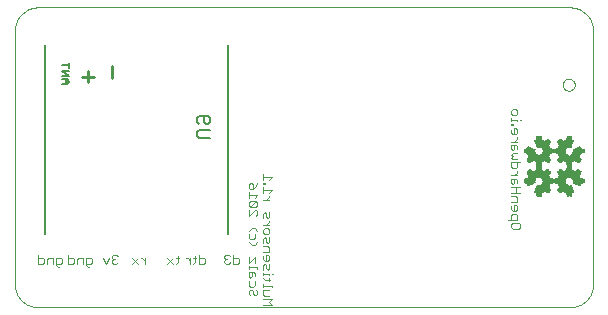
<source format=gbo>
G75*
%MOIN*%
%OFA0B0*%
%FSLAX24Y24*%
%IPPOS*%
%LPD*%
%AMOC8*
5,1,8,0,0,1.08239X$1,22.5*
%
%ADD10C,0.0030*%
%ADD11C,0.0010*%
%ADD12C,0.0000*%
%ADD13R,0.0002X0.0146*%
%ADD14R,0.0002X0.0139*%
%ADD15R,0.0002X0.0146*%
%ADD16R,0.0002X0.0139*%
%ADD17R,0.0002X0.0154*%
%ADD18R,0.0002X0.0154*%
%ADD19R,0.0002X0.0158*%
%ADD20R,0.0002X0.0168*%
%ADD21R,0.0002X0.0158*%
%ADD22R,0.0002X0.0168*%
%ADD23R,0.0002X0.0166*%
%ADD24R,0.0002X0.0166*%
%ADD25R,0.0002X0.0173*%
%ADD26R,0.0002X0.0173*%
%ADD27R,0.0002X0.0180*%
%ADD28R,0.0002X0.0180*%
%ADD29R,0.0002X0.0026*%
%ADD30R,0.0002X0.0026*%
%ADD31R,0.0002X0.0187*%
%ADD32R,0.0002X0.0046*%
%ADD33R,0.0002X0.0048*%
%ADD34R,0.0002X0.0187*%
%ADD35R,0.0002X0.0046*%
%ADD36R,0.0002X0.0048*%
%ADD37R,0.0002X0.0060*%
%ADD38R,0.0002X0.0192*%
%ADD39R,0.0002X0.0192*%
%ADD40R,0.0002X0.0079*%
%ADD41R,0.0002X0.0079*%
%ADD42R,0.0002X0.0228*%
%ADD43R,0.0002X0.0094*%
%ADD44R,0.0002X0.0221*%
%ADD45R,0.0002X0.0228*%
%ADD46R,0.0002X0.0094*%
%ADD47R,0.0002X0.0221*%
%ADD48R,0.0002X0.0259*%
%ADD49R,0.0002X0.0115*%
%ADD50R,0.0002X0.0113*%
%ADD51R,0.0002X0.0266*%
%ADD52R,0.0002X0.0259*%
%ADD53R,0.0002X0.0115*%
%ADD54R,0.0002X0.0113*%
%ADD55R,0.0002X0.0266*%
%ADD56R,0.0002X0.0288*%
%ADD57R,0.0002X0.0125*%
%ADD58R,0.0002X0.0307*%
%ADD59R,0.0002X0.0300*%
%ADD60R,0.0002X0.0307*%
%ADD61R,0.0002X0.0300*%
%ADD62R,0.0002X0.0322*%
%ADD63R,0.0002X0.0161*%
%ADD64R,0.0002X0.0322*%
%ADD65R,0.0002X0.0161*%
%ADD66R,0.0002X0.0334*%
%ADD67R,0.0002X0.0326*%
%ADD68R,0.0002X0.0334*%
%ADD69R,0.0002X0.0326*%
%ADD70R,0.0002X0.0526*%
%ADD71R,0.0002X0.0528*%
%ADD72R,0.0002X0.0526*%
%ADD73R,0.0002X0.0528*%
%ADD74R,0.0002X0.0526*%
%ADD75R,0.0002X0.0533*%
%ADD76R,0.0002X0.0533*%
%ADD77R,0.0002X0.0533*%
%ADD78R,0.0002X0.0533*%
%ADD79R,0.0002X0.0526*%
%ADD80R,0.0002X0.0521*%
%ADD81R,0.0002X0.0518*%
%ADD82R,0.0002X0.0521*%
%ADD83R,0.0002X0.0518*%
%ADD84R,0.0002X0.0514*%
%ADD85R,0.0002X0.0511*%
%ADD86R,0.0002X0.0514*%
%ADD87R,0.0002X0.0511*%
%ADD88R,0.0002X0.0499*%
%ADD89R,0.0002X0.0506*%
%ADD90R,0.0002X0.0499*%
%ADD91R,0.0002X0.0506*%
%ADD92R,0.0002X0.0502*%
%ADD93R,0.0002X0.0502*%
%ADD94R,0.0002X0.0494*%
%ADD95R,0.0002X0.0480*%
%ADD96R,0.0002X0.0480*%
%ADD97R,0.0002X0.0466*%
%ADD98R,0.0002X0.0473*%
%ADD99R,0.0002X0.0466*%
%ADD100R,0.0002X0.0473*%
%ADD101R,0.0002X0.0458*%
%ADD102R,0.0002X0.0451*%
%ADD103R,0.0002X0.0454*%
%ADD104R,0.0002X0.0451*%
%ADD105R,0.0002X0.0454*%
%ADD106R,0.0002X0.0446*%
%ADD107R,0.0002X0.0446*%
%ADD108R,0.0002X0.0439*%
%ADD109R,0.0002X0.0439*%
%ADD110R,0.0002X0.0434*%
%ADD111R,0.0002X0.0427*%
%ADD112R,0.0002X0.0434*%
%ADD113R,0.0002X0.0427*%
%ADD114R,0.0002X0.0413*%
%ADD115R,0.0002X0.0420*%
%ADD116R,0.0002X0.0413*%
%ADD117R,0.0002X0.0420*%
%ADD118R,0.0002X0.0413*%
%ADD119R,0.0002X0.0413*%
%ADD120R,0.0002X0.0022*%
%ADD121R,0.0002X0.0415*%
%ADD122R,0.0002X0.0022*%
%ADD123R,0.0002X0.0415*%
%ADD124R,0.0002X0.0034*%
%ADD125R,0.0002X0.0038*%
%ADD126R,0.0002X0.0060*%
%ADD127R,0.0002X0.0334*%
%ADD128R,0.0002X0.0038*%
%ADD129R,0.0002X0.0334*%
%ADD130R,0.0002X0.0074*%
%ADD131R,0.0002X0.0305*%
%ADD132R,0.0002X0.0072*%
%ADD133R,0.0002X0.0074*%
%ADD134R,0.0002X0.0305*%
%ADD135R,0.0002X0.0072*%
%ADD136R,0.0002X0.0089*%
%ADD137R,0.0002X0.0293*%
%ADD138R,0.0002X0.0298*%
%ADD139R,0.0002X0.0089*%
%ADD140R,0.0002X0.0293*%
%ADD141R,0.0002X0.0298*%
%ADD142R,0.0002X0.0108*%
%ADD143R,0.0002X0.0293*%
%ADD144R,0.0002X0.0286*%
%ADD145R,0.0002X0.0125*%
%ADD146R,0.0002X0.0281*%
%ADD147R,0.0002X0.0286*%
%ADD148R,0.0002X0.0127*%
%ADD149R,0.0002X0.0281*%
%ADD150R,0.0002X0.0127*%
%ADD151R,0.0002X0.0281*%
%ADD152R,0.0002X0.0274*%
%ADD153R,0.0002X0.0281*%
%ADD154R,0.0002X0.0274*%
%ADD155R,0.0002X0.0166*%
%ADD156R,0.0002X0.0166*%
%ADD157R,0.0002X0.0221*%
%ADD158R,0.0002X0.0319*%
%ADD159R,0.0002X0.0226*%
%ADD160R,0.0002X0.0221*%
%ADD161R,0.0002X0.0319*%
%ADD162R,0.0002X0.0226*%
%ADD163R,0.0002X0.0346*%
%ADD164R,0.0002X0.0341*%
%ADD165R,0.0002X0.0278*%
%ADD166R,0.0002X0.0314*%
%ADD167R,0.0002X0.0382*%
%ADD168R,0.0002X0.0372*%
%ADD169R,0.0002X0.0314*%
%ADD170R,0.0002X0.0382*%
%ADD171R,0.0002X0.0372*%
%ADD172R,0.0002X0.0353*%
%ADD173R,0.0002X0.0386*%
%ADD174R,0.0002X0.0379*%
%ADD175R,0.0002X0.0353*%
%ADD176R,0.0002X0.0386*%
%ADD177R,0.0002X0.0379*%
%ADD178R,0.0002X0.0367*%
%ADD179R,0.0002X0.0367*%
%ADD180R,0.0002X0.0374*%
%ADD181R,0.0002X0.0374*%
%ADD182R,0.0002X0.0365*%
%ADD183R,0.0002X0.0360*%
%ADD184R,0.0002X0.0365*%
%ADD185R,0.0002X0.0360*%
%ADD186R,0.0002X0.0374*%
%ADD187R,0.0002X0.0374*%
%ADD188R,0.0002X0.0379*%
%ADD189R,0.0002X0.0379*%
%ADD190R,0.0002X0.0346*%
%ADD191R,0.0002X0.0338*%
%ADD192R,0.0002X0.0338*%
%ADD193R,0.0002X0.0312*%
%ADD194R,0.0002X0.0312*%
%ADD195R,0.0002X0.0295*%
%ADD196R,0.0002X0.0286*%
%ADD197R,0.0002X0.0295*%
%ADD198R,0.0002X0.0286*%
%ADD199R,0.0002X0.0288*%
%ADD200R,0.0002X0.0278*%
%ADD201R,0.0002X0.0307*%
%ADD202R,0.0002X0.0341*%
%ADD203R,0.0002X0.0341*%
%ADD204R,0.0002X0.0701*%
%ADD205R,0.0002X0.0701*%
%ADD206R,0.0002X0.0701*%
%ADD207R,0.0002X0.0701*%
%ADD208R,0.0002X0.0694*%
%ADD209R,0.0002X0.0694*%
%ADD210R,0.0002X0.0686*%
%ADD211R,0.0002X0.0686*%
%ADD212R,0.0002X0.0686*%
%ADD213R,0.0002X0.0686*%
%ADD214R,0.0002X0.0679*%
%ADD215R,0.0002X0.0672*%
%ADD216R,0.0002X0.0679*%
%ADD217R,0.0002X0.0672*%
%ADD218R,0.0002X0.0665*%
%ADD219R,0.0002X0.0665*%
%ADD220R,0.0002X0.0660*%
%ADD221R,0.0002X0.0660*%
%ADD222R,0.0002X0.0667*%
%ADD223R,0.0002X0.0667*%
%ADD224R,0.0002X0.0679*%
%ADD225R,0.0002X0.0679*%
%ADD226R,0.0002X0.0706*%
%ADD227R,0.0002X0.0708*%
%ADD228R,0.0002X0.0706*%
%ADD229R,0.0002X0.0708*%
%ADD230R,0.0002X0.0720*%
%ADD231R,0.0002X0.0713*%
%ADD232R,0.0002X0.0720*%
%ADD233R,0.0002X0.0713*%
%ADD234R,0.0002X0.0718*%
%ADD235R,0.0002X0.0718*%
%ADD236R,0.0002X0.0734*%
%ADD237R,0.0002X0.0732*%
%ADD238R,0.0002X0.0746*%
%ADD239R,0.0002X0.0739*%
%ADD240R,0.0002X0.0746*%
%ADD241R,0.0002X0.0739*%
%ADD242R,0.0002X0.0758*%
%ADD243R,0.0002X0.0761*%
%ADD244R,0.0002X0.0758*%
%ADD245R,0.0002X0.0761*%
%ADD246R,0.0002X0.0773*%
%ADD247R,0.0002X0.0773*%
%ADD248R,0.0002X0.0787*%
%ADD249R,0.0002X0.0785*%
%ADD250R,0.0002X0.0787*%
%ADD251R,0.0002X0.0785*%
%ADD252R,0.0002X0.0799*%
%ADD253R,0.0002X0.0799*%
%ADD254R,0.0002X0.0799*%
%ADD255R,0.0002X0.0799*%
%ADD256R,0.0002X0.0792*%
%ADD257R,0.0002X0.0792*%
%ADD258R,0.0002X0.0780*%
%ADD259R,0.0002X0.0778*%
%ADD260R,0.0002X0.0780*%
%ADD261R,0.0002X0.0778*%
%ADD262R,0.0002X0.0766*%
%ADD263R,0.0002X0.0768*%
%ADD264R,0.0002X0.0766*%
%ADD265R,0.0002X0.0768*%
%ADD266R,0.0002X0.0348*%
%ADD267R,0.0002X0.0175*%
%ADD268R,0.0002X0.0353*%
%ADD269R,0.0002X0.0173*%
%ADD270R,0.0002X0.0348*%
%ADD271R,0.0002X0.0175*%
%ADD272R,0.0002X0.0353*%
%ADD273R,0.0002X0.0173*%
%ADD274R,0.0002X0.0149*%
%ADD275R,0.0002X0.0139*%
%ADD276R,0.0002X0.0149*%
%ADD277R,0.0002X0.0139*%
%ADD278R,0.0002X0.0134*%
%ADD279R,0.0002X0.0252*%
%ADD280R,0.0002X0.0132*%
%ADD281R,0.0002X0.0127*%
%ADD282R,0.0002X0.0134*%
%ADD283R,0.0002X0.0252*%
%ADD284R,0.0002X0.0132*%
%ADD285R,0.0002X0.0127*%
%ADD286R,0.0002X0.0120*%
%ADD287R,0.0002X0.0113*%
%ADD288R,0.0002X0.0120*%
%ADD289R,0.0002X0.0108*%
%ADD290R,0.0002X0.0113*%
%ADD291R,0.0002X0.0098*%
%ADD292R,0.0002X0.0199*%
%ADD293R,0.0002X0.0101*%
%ADD294R,0.0002X0.0199*%
%ADD295R,0.0002X0.0086*%
%ADD296R,0.0002X0.0086*%
%ADD297R,0.0002X0.0185*%
%ADD298R,0.0002X0.0079*%
%ADD299R,0.0002X0.0086*%
%ADD300R,0.0002X0.0086*%
%ADD301R,0.0002X0.0185*%
%ADD302R,0.0002X0.0079*%
%ADD303R,0.0002X0.0067*%
%ADD304R,0.0002X0.0065*%
%ADD305R,0.0002X0.0067*%
%ADD306R,0.0002X0.0065*%
%ADD307R,0.0002X0.0053*%
%ADD308R,0.0002X0.0055*%
%ADD309R,0.0002X0.0053*%
%ADD310R,0.0002X0.0055*%
%ADD311R,0.0002X0.0034*%
%ADD312R,0.0002X0.0019*%
%ADD313R,0.0002X0.0019*%
%ADD314R,0.0002X0.0041*%
%ADD315R,0.0002X0.0041*%
%ADD316R,0.0002X0.0074*%
%ADD317R,0.0002X0.0074*%
%ADD318R,0.0002X0.0098*%
%ADD319R,0.0002X0.0206*%
%ADD320R,0.0002X0.0101*%
%ADD321R,0.0002X0.0108*%
%ADD322R,0.0002X0.0206*%
%ADD323R,0.0002X0.0108*%
%ADD324R,0.0002X0.0240*%
%ADD325R,0.0002X0.0240*%
%ADD326R,0.0002X0.0274*%
%ADD327R,0.0002X0.0274*%
%ADD328R,0.0002X0.0562*%
%ADD329R,0.0002X0.0562*%
%ADD330R,0.0002X0.0754*%
%ADD331R,0.0002X0.0754*%
%ADD332R,0.0002X0.0727*%
%ADD333R,0.0002X0.0725*%
%ADD334R,0.0002X0.0727*%
%ADD335R,0.0002X0.0725*%
%ADD336R,0.0002X0.0307*%
%ADD337R,0.0002X0.0338*%
%ADD338R,0.0002X0.0338*%
%ADD339R,0.0002X0.0372*%
%ADD340R,0.0002X0.0372*%
%ADD341R,0.0002X0.0341*%
%ADD342R,0.0002X0.0199*%
%ADD343R,0.0002X0.0161*%
%ADD344R,0.0002X0.0161*%
%ADD345R,0.0002X0.0101*%
%ADD346R,0.0002X0.0101*%
%ADD347R,0.0002X0.0319*%
%ADD348R,0.0002X0.0319*%
%ADD349R,0.0002X0.0408*%
%ADD350R,0.0002X0.0408*%
%ADD351R,0.0002X0.0432*%
%ADD352R,0.0002X0.0432*%
%ADD353R,0.0002X0.0473*%
%ADD354R,0.0002X0.0473*%
%ADD355R,0.0002X0.0487*%
%ADD356R,0.0002X0.0487*%
%ADD357R,0.0002X0.0492*%
%ADD358R,0.0002X0.0494*%
%ADD359R,0.0002X0.0492*%
%ADD360R,0.0002X0.0521*%
%ADD361R,0.0002X0.0521*%
%ADD362R,0.0002X0.0329*%
%ADD363R,0.0002X0.0329*%
%ADD364R,0.0002X0.0154*%
%ADD365R,0.0002X0.0154*%
%ADD366R,0.0002X0.0199*%
%ADD367R,0.0002X0.0031*%
%ADD368R,0.0002X0.0041*%
%ADD369R,0.0002X0.0031*%
%ADD370R,0.0002X0.0041*%
%ADD371C,0.0050*%
%ADD372C,0.0080*%
%ADD373C,0.0060*%
%ADD374C,0.0110*%
D10*
X001582Y003497D02*
X001533Y003546D01*
X001533Y003788D01*
X001679Y003788D01*
X001727Y003739D01*
X001727Y003642D01*
X001679Y003594D01*
X001533Y003594D01*
X001432Y003594D02*
X001432Y003788D01*
X001287Y003788D01*
X001239Y003739D01*
X001239Y003594D01*
X001138Y003642D02*
X001138Y003739D01*
X001089Y003788D01*
X000944Y003788D01*
X000944Y003884D02*
X000944Y003594D01*
X001089Y003594D01*
X001138Y003642D01*
X001582Y003497D02*
X001630Y003497D01*
X001944Y003594D02*
X002089Y003594D01*
X002138Y003642D01*
X002138Y003739D01*
X002089Y003788D01*
X001944Y003788D01*
X001944Y003884D02*
X001944Y003594D01*
X002239Y003594D02*
X002239Y003739D01*
X002287Y003788D01*
X002432Y003788D01*
X002432Y003594D01*
X002533Y003594D02*
X002679Y003594D01*
X002727Y003642D01*
X002727Y003739D01*
X002679Y003788D01*
X002533Y003788D01*
X002533Y003546D01*
X002582Y003497D01*
X002630Y003497D01*
X003092Y003788D02*
X003188Y003594D01*
X003285Y003788D01*
X003386Y003788D02*
X003386Y003836D01*
X003435Y003884D01*
X003531Y003884D01*
X003580Y003836D01*
X003483Y003739D02*
X003435Y003739D01*
X003386Y003691D01*
X003386Y003642D01*
X003435Y003594D01*
X003531Y003594D01*
X003580Y003642D01*
X003435Y003739D02*
X003386Y003788D01*
X004066Y003788D02*
X004260Y003594D01*
X004260Y003788D02*
X004066Y003594D01*
X004360Y003788D02*
X004408Y003788D01*
X004505Y003691D01*
X004505Y003594D02*
X004505Y003788D01*
X005241Y003788D02*
X005434Y003594D01*
X005534Y003594D02*
X005582Y003642D01*
X005582Y003836D01*
X005534Y003788D02*
X005631Y003788D01*
X005434Y003788D02*
X005241Y003594D01*
X005867Y003788D02*
X005915Y003788D01*
X006012Y003691D01*
X006012Y003594D02*
X006012Y003788D01*
X006112Y003788D02*
X006209Y003788D01*
X006160Y003836D02*
X006160Y003642D01*
X006112Y003594D01*
X006310Y003594D02*
X006455Y003594D01*
X006503Y003642D01*
X006503Y003739D01*
X006455Y003788D01*
X006310Y003788D01*
X006310Y003884D02*
X006310Y003594D01*
X007142Y003642D02*
X007190Y003594D01*
X007287Y003594D01*
X007335Y003642D01*
X007436Y003594D02*
X007581Y003594D01*
X007630Y003642D01*
X007630Y003739D01*
X007581Y003788D01*
X007436Y003788D01*
X007436Y003884D02*
X007436Y003594D01*
X007238Y003739D02*
X007190Y003739D01*
X007142Y003691D01*
X007142Y003642D01*
X007190Y003739D02*
X007142Y003788D01*
X007142Y003836D01*
X007190Y003884D01*
X007287Y003884D01*
X007335Y003836D01*
X007955Y003813D02*
X007955Y003619D01*
X008148Y003813D01*
X008148Y003619D01*
X008245Y003471D02*
X007955Y003471D01*
X007955Y003423D02*
X007955Y003520D01*
X007955Y003322D02*
X007955Y003177D01*
X008003Y003128D01*
X008052Y003177D01*
X008052Y003322D01*
X008100Y003322D02*
X007955Y003322D01*
X008100Y003322D02*
X008148Y003273D01*
X008148Y003177D01*
X008148Y003027D02*
X008148Y002882D01*
X008100Y002833D01*
X008003Y002833D01*
X007955Y002882D01*
X007955Y003027D01*
X008003Y002732D02*
X007955Y002684D01*
X007955Y002587D01*
X008003Y002539D01*
X008100Y002587D02*
X008100Y002684D01*
X008052Y002732D01*
X008003Y002732D01*
X008100Y002587D02*
X008148Y002539D01*
X008197Y002539D01*
X008245Y002587D01*
X008245Y002684D01*
X008197Y002732D01*
X008435Y002708D02*
X008628Y002708D01*
X008725Y002809D02*
X008725Y002857D01*
X008435Y002857D01*
X008435Y002809D02*
X008435Y002906D01*
X008483Y003054D02*
X008435Y003102D01*
X008483Y003054D02*
X008677Y003054D01*
X008628Y003102D02*
X008628Y003005D01*
X008628Y003202D02*
X008628Y003250D01*
X008435Y003250D01*
X008435Y003202D02*
X008435Y003299D01*
X008435Y003398D02*
X008435Y003543D01*
X008483Y003592D01*
X008532Y003543D01*
X008532Y003447D01*
X008580Y003398D01*
X008628Y003447D01*
X008628Y003592D01*
X008580Y003693D02*
X008483Y003693D01*
X008435Y003741D01*
X008435Y003838D01*
X008532Y003886D02*
X008532Y003693D01*
X008580Y003693D02*
X008628Y003741D01*
X008628Y003838D01*
X008580Y003886D01*
X008532Y003886D01*
X008435Y003988D02*
X008628Y003988D01*
X008628Y004133D01*
X008580Y004181D01*
X008435Y004181D01*
X008435Y004282D02*
X008435Y004427D01*
X008483Y004476D01*
X008532Y004427D01*
X008532Y004331D01*
X008580Y004282D01*
X008628Y004331D01*
X008628Y004476D01*
X008580Y004577D02*
X008483Y004577D01*
X008435Y004625D01*
X008435Y004722D01*
X008483Y004770D01*
X008580Y004770D01*
X008628Y004722D01*
X008628Y004625D01*
X008580Y004577D01*
X008532Y004872D02*
X008628Y004968D01*
X008628Y005017D01*
X008580Y005117D02*
X008628Y005165D01*
X008628Y005311D01*
X008532Y005262D02*
X008532Y005165D01*
X008580Y005117D01*
X008435Y005117D02*
X008435Y005262D01*
X008483Y005311D01*
X008532Y005262D01*
X008245Y005239D02*
X008197Y005191D01*
X008245Y005239D02*
X008245Y005336D01*
X008197Y005384D01*
X008148Y005384D01*
X007955Y005191D01*
X007955Y005384D01*
X008003Y005485D02*
X008197Y005679D01*
X008003Y005679D01*
X007955Y005630D01*
X007955Y005534D01*
X008003Y005485D01*
X008197Y005485D01*
X008245Y005534D01*
X008245Y005630D01*
X008197Y005679D01*
X008148Y005780D02*
X008245Y005877D01*
X007955Y005877D01*
X007955Y005780D02*
X007955Y005974D01*
X008003Y006075D02*
X007955Y006123D01*
X007955Y006220D01*
X008003Y006268D01*
X008052Y006268D01*
X008100Y006220D01*
X008100Y006075D01*
X008003Y006075D01*
X008100Y006075D02*
X008197Y006171D01*
X008245Y006268D01*
X008435Y006295D02*
X008435Y006247D01*
X008483Y006247D01*
X008483Y006295D01*
X008435Y006295D01*
X008435Y006394D02*
X008435Y006587D01*
X008435Y006491D02*
X008725Y006491D01*
X008628Y006394D01*
X008435Y006145D02*
X008435Y005952D01*
X008435Y006049D02*
X008725Y006049D01*
X008628Y005952D01*
X008628Y005851D02*
X008628Y005803D01*
X008532Y005706D01*
X008628Y005706D02*
X008435Y005706D01*
X008435Y004872D02*
X008628Y004872D01*
X008245Y004700D02*
X008148Y004796D01*
X008052Y004796D01*
X007955Y004700D01*
X007955Y004598D02*
X007955Y004453D01*
X008003Y004405D01*
X008100Y004405D01*
X008148Y004453D01*
X008148Y004598D01*
X008245Y004305D02*
X008148Y004209D01*
X008052Y004209D01*
X007955Y004305D01*
X008245Y003471D02*
X008245Y003423D01*
X008725Y003250D02*
X008774Y003250D01*
X008435Y002708D02*
X008435Y002563D01*
X008483Y002514D01*
X008628Y002514D01*
X008725Y002413D02*
X008435Y002413D01*
X008435Y002220D02*
X008725Y002220D01*
X008628Y002316D01*
X008725Y002413D01*
X016608Y005061D02*
X016898Y005061D01*
X016898Y005206D01*
X016850Y005254D01*
X016753Y005254D01*
X016705Y005206D01*
X016705Y005061D01*
X016753Y004960D02*
X016947Y004960D01*
X016995Y004911D01*
X016995Y004814D01*
X016947Y004766D01*
X016753Y004766D01*
X016705Y004814D01*
X016705Y004911D01*
X016753Y004960D01*
X016753Y005355D02*
X016850Y005355D01*
X016898Y005404D01*
X016898Y005501D01*
X016850Y005549D01*
X016802Y005549D01*
X016802Y005355D01*
X016753Y005355D02*
X016705Y005404D01*
X016705Y005501D01*
X016705Y005650D02*
X016898Y005650D01*
X016898Y005795D01*
X016850Y005844D01*
X016705Y005844D01*
X016705Y005945D02*
X016995Y005945D01*
X016850Y005945D02*
X016850Y006138D01*
X016753Y006239D02*
X016802Y006288D01*
X016802Y006433D01*
X016850Y006433D02*
X016705Y006433D01*
X016705Y006288D01*
X016753Y006239D01*
X016705Y006138D02*
X016995Y006138D01*
X016898Y006288D02*
X016898Y006384D01*
X016850Y006433D01*
X016802Y006534D02*
X016898Y006631D01*
X016898Y006679D01*
X016850Y006780D02*
X016753Y006780D01*
X016705Y006828D01*
X016705Y006973D01*
X016995Y006973D01*
X016898Y006973D02*
X016898Y006828D01*
X016850Y006780D01*
X016898Y006534D02*
X016705Y006534D01*
X016753Y007074D02*
X016705Y007123D01*
X016753Y007171D01*
X016705Y007219D01*
X016753Y007268D01*
X016898Y007268D01*
X016898Y007417D02*
X016898Y007514D01*
X016850Y007562D01*
X016705Y007562D01*
X016705Y007417D01*
X016753Y007369D01*
X016802Y007417D01*
X016802Y007562D01*
X016802Y007663D02*
X016898Y007760D01*
X016898Y007809D01*
X016850Y007909D02*
X016753Y007909D01*
X016705Y007957D01*
X016705Y008054D01*
X016802Y008103D02*
X016802Y007909D01*
X016850Y007909D02*
X016898Y007957D01*
X016898Y008054D01*
X016850Y008103D01*
X016802Y008103D01*
X016753Y008204D02*
X016753Y008252D01*
X016705Y008252D01*
X016705Y008204D01*
X016753Y008204D01*
X016705Y008351D02*
X016705Y008448D01*
X016705Y008399D02*
X016898Y008399D01*
X016898Y008351D01*
X016995Y008399D02*
X017044Y008399D01*
X016850Y008547D02*
X016753Y008547D01*
X016705Y008596D01*
X016705Y008693D01*
X016753Y008741D01*
X016850Y008741D01*
X016898Y008693D01*
X016898Y008596D01*
X016850Y008547D01*
X016898Y007663D02*
X016705Y007663D01*
X016753Y007074D02*
X016898Y007074D01*
D11*
X013750Y002139D02*
X000937Y002139D01*
X000883Y002141D01*
X000830Y002146D01*
X000777Y002155D01*
X000725Y002168D01*
X000673Y002184D01*
X000623Y002204D01*
X000575Y002227D01*
X000528Y002254D01*
X000483Y002283D01*
X000440Y002316D01*
X000400Y002351D01*
X000362Y002389D01*
X000327Y002429D01*
X000294Y002472D01*
X000265Y002517D01*
X000238Y002564D01*
X000215Y002612D01*
X000195Y002662D01*
X000179Y002714D01*
X000166Y002766D01*
X000157Y002819D01*
X000152Y002872D01*
X000150Y002926D01*
X000150Y011352D01*
X000152Y011406D01*
X000157Y011459D01*
X000166Y011512D01*
X000179Y011564D01*
X000195Y011616D01*
X000215Y011666D01*
X000238Y011714D01*
X000265Y011761D01*
X000294Y011806D01*
X000327Y011849D01*
X000362Y011889D01*
X000400Y011927D01*
X000440Y011962D01*
X000483Y011995D01*
X000528Y012024D01*
X000575Y012051D01*
X000623Y012074D01*
X000673Y012094D01*
X000725Y012110D01*
X000777Y012123D01*
X000830Y012132D01*
X000883Y012137D01*
X000937Y012139D01*
X013700Y012139D01*
X014900Y012139D01*
X018654Y012139D01*
X018708Y012137D01*
X018761Y012132D01*
X018814Y012123D01*
X018866Y012110D01*
X018918Y012094D01*
X018968Y012074D01*
X019016Y012051D01*
X019063Y012024D01*
X019108Y011995D01*
X019151Y011962D01*
X019191Y011927D01*
X019229Y011889D01*
X019264Y011849D01*
X019297Y011806D01*
X019326Y011761D01*
X019353Y011714D01*
X019376Y011666D01*
X019396Y011616D01*
X019412Y011564D01*
X019425Y011512D01*
X019434Y011459D01*
X019439Y011406D01*
X019441Y011352D01*
X019441Y002926D01*
X019439Y002872D01*
X019434Y002819D01*
X019425Y002766D01*
X019412Y002714D01*
X019396Y002662D01*
X019376Y002612D01*
X019353Y002564D01*
X019326Y002517D01*
X019297Y002472D01*
X019264Y002429D01*
X019229Y002389D01*
X019191Y002351D01*
X019151Y002316D01*
X019108Y002283D01*
X019063Y002254D01*
X019016Y002227D01*
X018968Y002204D01*
X018918Y002184D01*
X018866Y002168D01*
X018814Y002155D01*
X018761Y002146D01*
X018708Y002141D01*
X018654Y002139D01*
X014950Y002139D01*
X013750Y002139D01*
D12*
X018420Y009560D02*
X018422Y009588D01*
X018428Y009615D01*
X018437Y009641D01*
X018450Y009666D01*
X018467Y009689D01*
X018486Y009709D01*
X018508Y009726D01*
X018532Y009740D01*
X018558Y009750D01*
X018585Y009757D01*
X018613Y009760D01*
X018641Y009759D01*
X018668Y009754D01*
X018695Y009745D01*
X018720Y009733D01*
X018743Y009718D01*
X018764Y009699D01*
X018782Y009678D01*
X018797Y009654D01*
X018808Y009628D01*
X018816Y009602D01*
X018820Y009574D01*
X018820Y009546D01*
X018816Y009518D01*
X018808Y009492D01*
X018797Y009466D01*
X018782Y009442D01*
X018764Y009421D01*
X018743Y009402D01*
X018720Y009387D01*
X018695Y009375D01*
X018668Y009366D01*
X018641Y009361D01*
X018613Y009360D01*
X018585Y009363D01*
X018558Y009370D01*
X018532Y009380D01*
X018508Y009394D01*
X018486Y009411D01*
X018467Y009431D01*
X018450Y009454D01*
X018437Y009479D01*
X018428Y009505D01*
X018422Y009532D01*
X018420Y009560D01*
D13*
X018756Y007640D03*
X019140Y007340D03*
X019150Y007340D03*
X019004Y007054D03*
X018173Y007340D03*
X018164Y007340D03*
X017170Y007340D03*
X017160Y007340D03*
X017153Y007340D03*
X018310Y006627D03*
X018173Y006334D03*
X018164Y006334D03*
X018310Y006049D03*
X019004Y006627D03*
X017160Y006334D03*
X017153Y006334D03*
D14*
X017993Y006045D03*
X018140Y006338D03*
X019150Y006338D03*
X018140Y007343D03*
X017540Y007643D03*
D15*
X017168Y007340D03*
X017165Y007340D03*
X017163Y007340D03*
X017158Y007340D03*
X017156Y007340D03*
X018132Y007340D03*
X018135Y007340D03*
X018137Y007340D03*
X018159Y007340D03*
X018161Y007340D03*
X018166Y007340D03*
X018168Y007340D03*
X018171Y007340D03*
X018176Y007340D03*
X018752Y007640D03*
X018754Y007640D03*
X019138Y007340D03*
X019143Y007340D03*
X019145Y007340D03*
X019148Y007340D03*
X019001Y007054D03*
X018999Y007054D03*
X018999Y006627D03*
X019001Y006627D03*
X018308Y006627D03*
X018305Y006627D03*
X018176Y006334D03*
X018171Y006334D03*
X018168Y006334D03*
X018166Y006334D03*
X018161Y006334D03*
X018159Y006334D03*
X018305Y006049D03*
X018308Y006049D03*
X017163Y006334D03*
X017158Y006334D03*
X017156Y006334D03*
D16*
X017996Y006045D03*
X018142Y006338D03*
X018144Y006338D03*
X019145Y006338D03*
X019148Y006338D03*
X018144Y007343D03*
X018142Y007343D03*
X017544Y007643D03*
X017542Y007643D03*
D17*
X017986Y007631D03*
X017988Y007631D03*
X017991Y007631D03*
X018106Y007343D03*
X018108Y007343D03*
X018111Y007343D03*
X018116Y007343D03*
X018118Y007343D03*
X018123Y007343D03*
X018125Y007343D03*
X018128Y007343D03*
X018178Y007343D03*
X018183Y007343D03*
X019112Y007343D03*
X019114Y007343D03*
X019119Y007343D03*
X019121Y007343D03*
X019126Y007343D03*
X019128Y007343D03*
X019131Y007343D03*
X019136Y007343D03*
X017991Y006623D03*
X017988Y006623D03*
X017986Y006623D03*
X018099Y006338D03*
X018101Y006338D03*
X018106Y006338D03*
X018108Y006338D03*
X018111Y006338D03*
X018116Y006338D03*
X018118Y006338D03*
X018123Y006338D03*
X018125Y006338D03*
X018128Y006338D03*
X018132Y006338D03*
X018135Y006338D03*
X018137Y006338D03*
X018178Y006338D03*
X018183Y006338D03*
X018185Y006338D03*
X018188Y006338D03*
X018752Y006038D03*
X018754Y006038D03*
X019112Y006338D03*
X019114Y006338D03*
X019119Y006338D03*
X019121Y006338D03*
X019126Y006338D03*
X019128Y006338D03*
X019131Y006338D03*
X019136Y006338D03*
X019138Y006338D03*
X019143Y006338D03*
X017549Y006038D03*
X017177Y006338D03*
X017175Y006338D03*
X017172Y006338D03*
X017168Y006338D03*
X017165Y006338D03*
X017302Y006623D03*
X017304Y006623D03*
D18*
X017300Y006623D03*
X017170Y006338D03*
X017547Y006038D03*
X018104Y006338D03*
X018113Y006338D03*
X018120Y006338D03*
X018130Y006338D03*
X018180Y006338D03*
X018190Y006338D03*
X018756Y006038D03*
X019116Y006338D03*
X019124Y006338D03*
X019133Y006338D03*
X019140Y006338D03*
X019133Y007343D03*
X019124Y007343D03*
X019116Y007343D03*
X018180Y007343D03*
X018130Y007343D03*
X018120Y007343D03*
X018113Y007343D03*
D19*
X018101Y007341D03*
X018099Y007341D03*
X018094Y007341D03*
X018092Y007341D03*
X018185Y007341D03*
X018188Y007341D03*
X018192Y007341D03*
X018195Y007341D03*
X018197Y007341D03*
X018202Y007341D03*
X018204Y007341D03*
X018209Y007341D03*
X018212Y007341D03*
X018214Y007341D03*
X019104Y007341D03*
X019109Y007341D03*
X017211Y007341D03*
X017208Y007341D03*
X017206Y007341D03*
X017201Y007341D03*
X017199Y007341D03*
X017194Y007341D03*
X017192Y007341D03*
X017189Y007341D03*
X017184Y007341D03*
X017182Y007341D03*
X017177Y007341D03*
X017175Y007341D03*
X017172Y007341D03*
X017986Y006047D03*
X017988Y006047D03*
X017991Y006047D03*
X018312Y006047D03*
X018315Y006047D03*
X018317Y006047D03*
D20*
X018221Y006338D03*
X018219Y006338D03*
X018214Y006338D03*
X018212Y006338D03*
X018094Y006338D03*
X018092Y006338D03*
X018089Y006338D03*
X018084Y006338D03*
X018082Y006338D03*
X018077Y006338D03*
X018075Y006338D03*
X018072Y006338D03*
X018068Y006338D03*
X018065Y006338D03*
X017216Y006338D03*
X017211Y006338D03*
X017208Y006338D03*
X017206Y006338D03*
X017309Y007051D03*
X019076Y006338D03*
X019078Y006338D03*
X019083Y006338D03*
X019085Y006338D03*
X019088Y006338D03*
X019092Y006338D03*
X019095Y006338D03*
X019097Y006338D03*
X019102Y006338D03*
X019104Y006338D03*
X019109Y006338D03*
D21*
X019107Y007341D03*
X018216Y007341D03*
X018207Y007341D03*
X018200Y007341D03*
X018190Y007341D03*
X018104Y007341D03*
X018096Y007341D03*
X017204Y007341D03*
X017196Y007341D03*
X017187Y007341D03*
X017180Y007341D03*
D22*
X017307Y007051D03*
X017213Y006338D03*
X018070Y006338D03*
X018080Y006338D03*
X018087Y006338D03*
X018096Y006338D03*
X018216Y006338D03*
X018224Y006338D03*
X019073Y006338D03*
X019080Y006338D03*
X019090Y006338D03*
X019100Y006338D03*
X019107Y006338D03*
D23*
X018317Y006625D03*
X018315Y006625D03*
X018312Y006625D03*
X017981Y006625D03*
X017979Y006625D03*
X017309Y006625D03*
X018072Y007345D03*
X018075Y007345D03*
X018077Y007345D03*
X018082Y007345D03*
X018084Y007345D03*
X018089Y007345D03*
X019078Y007345D03*
X019083Y007345D03*
X019085Y007345D03*
X019088Y007345D03*
X019092Y007345D03*
X019095Y007345D03*
X019097Y007345D03*
X019102Y007345D03*
D24*
X019100Y007345D03*
X019090Y007345D03*
X019080Y007345D03*
X018087Y007345D03*
X018080Y007345D03*
X017984Y006625D03*
X017307Y006625D03*
D25*
X018749Y006040D03*
X019066Y007341D03*
X019068Y007341D03*
X019071Y007341D03*
X019076Y007341D03*
X018248Y007341D03*
X018245Y007341D03*
X018243Y007341D03*
X018238Y007341D03*
X018236Y007341D03*
X018231Y007341D03*
X018228Y007341D03*
X018226Y007341D03*
X018221Y007341D03*
X018219Y007341D03*
X018068Y007341D03*
X018065Y007341D03*
X018063Y007341D03*
X018058Y007341D03*
X017244Y007341D03*
X017242Y007341D03*
X017237Y007341D03*
X017235Y007341D03*
X017232Y007341D03*
X017228Y007341D03*
X017225Y007341D03*
X017223Y007341D03*
X017218Y007341D03*
X017216Y007341D03*
D26*
X017213Y007341D03*
X017220Y007341D03*
X017230Y007341D03*
X017240Y007341D03*
X018060Y007341D03*
X018070Y007341D03*
X018224Y007341D03*
X018233Y007341D03*
X018240Y007341D03*
X018250Y007341D03*
X019073Y007341D03*
X018747Y006040D03*
D27*
X019042Y006337D03*
X019044Y006337D03*
X019049Y006337D03*
X019052Y006337D03*
X019054Y006337D03*
X019059Y006337D03*
X019061Y006337D03*
X019066Y006337D03*
X019068Y006337D03*
X019071Y006337D03*
X018989Y006625D03*
X018984Y006625D03*
X018324Y006625D03*
X018322Y006625D03*
X018257Y006337D03*
X018255Y006337D03*
X018252Y006337D03*
X018248Y006337D03*
X018245Y006337D03*
X018063Y006337D03*
X018058Y006337D03*
X018056Y006337D03*
X018051Y006337D03*
X018048Y006337D03*
X018046Y006337D03*
X018041Y006337D03*
X018039Y006337D03*
X018034Y006337D03*
X018032Y006337D03*
X017249Y006337D03*
X017244Y006337D03*
X017242Y006337D03*
X018984Y007057D03*
X018989Y007057D03*
X019044Y007345D03*
X019049Y007345D03*
X019052Y007345D03*
X019054Y007345D03*
X019059Y007345D03*
X019061Y007345D03*
X018324Y007630D03*
X018322Y007630D03*
X018257Y007345D03*
X018255Y007345D03*
X018252Y007345D03*
X018056Y007345D03*
X018051Y007345D03*
X018048Y007345D03*
X018046Y007345D03*
X018041Y007345D03*
X018039Y007345D03*
D28*
X018044Y007345D03*
X018053Y007345D03*
X018320Y007630D03*
X019047Y007345D03*
X019056Y007345D03*
X019064Y007345D03*
X018987Y007057D03*
X018987Y006625D03*
X019040Y006337D03*
X019047Y006337D03*
X019056Y006337D03*
X019064Y006337D03*
X018320Y006625D03*
X018250Y006337D03*
X018060Y006337D03*
X018053Y006337D03*
X018044Y006337D03*
X018036Y006337D03*
X017247Y006337D03*
X017240Y006337D03*
D29*
X017516Y006289D03*
X018039Y006034D03*
X018041Y006034D03*
X018262Y006034D03*
X018264Y006034D03*
X017501Y005989D03*
X017499Y005989D03*
X019044Y006641D03*
X019049Y006641D03*
X019049Y007040D03*
X019044Y007040D03*
X018264Y007040D03*
X018262Y007040D03*
X018041Y007040D03*
X018039Y007040D03*
X017501Y007688D03*
X017499Y007688D03*
D30*
X017504Y007688D03*
X018044Y007040D03*
X018260Y007040D03*
X019047Y007040D03*
X019047Y006641D03*
X018260Y006034D03*
X018044Y006034D03*
X017504Y005989D03*
X017513Y006289D03*
D31*
X017972Y006621D03*
X017974Y006621D03*
X018022Y007341D03*
X018024Y007341D03*
X018029Y007341D03*
X018032Y007341D03*
X018034Y007341D03*
X018262Y007341D03*
X018264Y007341D03*
X018269Y007341D03*
X018272Y007341D03*
X018274Y007341D03*
X018279Y007341D03*
X018281Y007341D03*
X017974Y007627D03*
X017972Y007627D03*
X017271Y007341D03*
X017268Y007341D03*
X017266Y007341D03*
X017261Y007341D03*
X017259Y007341D03*
X017254Y007341D03*
X017252Y007341D03*
X017249Y007341D03*
X019032Y007341D03*
X019035Y007341D03*
X019037Y007341D03*
X019042Y007341D03*
D32*
X019042Y007045D03*
X018269Y007045D03*
X018034Y007045D03*
X018032Y007045D03*
X017511Y005998D03*
X017508Y005998D03*
X017506Y005998D03*
D33*
X018032Y006038D03*
X018034Y006038D03*
X018269Y006038D03*
X019042Y006638D03*
X018788Y007384D03*
X018785Y007384D03*
X017511Y007677D03*
X017508Y007677D03*
X017506Y007677D03*
D34*
X017976Y007627D03*
X018020Y007341D03*
X018027Y007341D03*
X018036Y007341D03*
X018260Y007341D03*
X018267Y007341D03*
X018276Y007341D03*
X018284Y007341D03*
X019040Y007341D03*
X017976Y006621D03*
X017264Y007341D03*
X017256Y007341D03*
X017247Y007341D03*
D35*
X018036Y007045D03*
X018267Y007045D03*
X019040Y007045D03*
D36*
X019040Y006638D03*
X018267Y006038D03*
X018036Y006038D03*
X018790Y007384D03*
D37*
X018788Y007678D03*
X018785Y007678D03*
X019032Y007045D03*
X019035Y007045D03*
X019037Y007045D03*
X019037Y006637D03*
X019035Y006637D03*
X019032Y006637D03*
X018274Y007045D03*
X018272Y007045D03*
X018029Y007045D03*
X018029Y006037D03*
X018272Y006037D03*
X018274Y006037D03*
X018785Y006005D03*
X018788Y006005D03*
X017516Y006005D03*
D38*
X018012Y006338D03*
X018015Y006338D03*
X018017Y006338D03*
X018022Y006338D03*
X018024Y006338D03*
X019025Y006338D03*
X019028Y006338D03*
X019032Y006338D03*
X019035Y006338D03*
X019037Y006338D03*
X017974Y007058D03*
X017972Y007058D03*
X018012Y007343D03*
X018015Y007343D03*
X018017Y007343D03*
X019025Y007343D03*
X019028Y007343D03*
D39*
X019030Y007343D03*
X017976Y007058D03*
X018020Y006338D03*
X019030Y006338D03*
D40*
X019030Y006634D03*
X019030Y007047D03*
X018284Y007047D03*
D41*
X018281Y007047D03*
X018279Y007047D03*
X019025Y007047D03*
X019028Y007047D03*
X019028Y006634D03*
X019025Y006634D03*
D42*
X019023Y007347D03*
X019018Y007347D03*
D43*
X019018Y007047D03*
X019023Y007047D03*
X018291Y007047D03*
X018288Y007047D03*
X018286Y007047D03*
X018017Y007047D03*
X018015Y007047D03*
X018012Y007047D03*
X019018Y006634D03*
X019023Y006634D03*
X018291Y006041D03*
X018288Y006041D03*
X018286Y006041D03*
X018017Y006041D03*
X018015Y006041D03*
X018012Y006041D03*
X018776Y006015D03*
D44*
X019018Y006331D03*
X019023Y006331D03*
X018296Y006331D03*
D45*
X019020Y007347D03*
D46*
X019020Y007047D03*
X019020Y006634D03*
X018773Y006015D03*
D47*
X019020Y006331D03*
X018293Y006331D03*
D48*
X019016Y007351D03*
D49*
X019016Y007051D03*
D50*
X019016Y006632D03*
X018296Y006632D03*
X018766Y006025D03*
X018768Y006025D03*
X018771Y006025D03*
X017537Y006025D03*
X017535Y006025D03*
X017532Y006025D03*
D51*
X019016Y006327D03*
X018737Y007654D03*
X018735Y007654D03*
X018732Y007654D03*
D52*
X019013Y007351D03*
D53*
X019013Y007051D03*
D54*
X019013Y006632D03*
X018293Y006632D03*
D55*
X019013Y006327D03*
D56*
X019011Y006331D03*
X019008Y006331D03*
X019006Y006331D03*
X018564Y006098D03*
X018562Y006098D03*
X018308Y006331D03*
X018305Y006331D03*
X019006Y007351D03*
X019008Y007351D03*
X019011Y007351D03*
X018548Y007564D03*
X018545Y007564D03*
X017756Y007564D03*
D57*
X017998Y007051D03*
X018003Y007051D03*
X018298Y007051D03*
X018303Y007051D03*
X019006Y007051D03*
X019008Y007051D03*
X019011Y007051D03*
X019011Y006631D03*
X019008Y006631D03*
X019006Y006631D03*
X018761Y007651D03*
X018759Y007651D03*
D58*
X019004Y007341D03*
X018740Y006595D03*
X018780Y006535D03*
X017736Y006081D03*
X017300Y006340D03*
D59*
X017556Y006584D03*
X017770Y006538D03*
X018533Y006125D03*
X019004Y006337D03*
X017770Y007138D03*
X017520Y007138D03*
X017760Y007558D03*
X017736Y007589D03*
X018533Y007551D03*
D60*
X018999Y007341D03*
X019001Y007341D03*
X018744Y006595D03*
X018742Y006595D03*
X018778Y006535D03*
X018783Y006535D03*
X018531Y006535D03*
X018528Y006535D03*
X018526Y006535D03*
X017734Y006081D03*
X017732Y006081D03*
X017304Y006340D03*
X017302Y006340D03*
D61*
X017552Y006584D03*
X017554Y006584D03*
X017765Y006538D03*
X017768Y006538D03*
X018536Y006125D03*
X018999Y006337D03*
X019001Y006337D03*
X017768Y007138D03*
X017765Y007138D03*
X017523Y007138D03*
X017518Y007138D03*
X017986Y007345D03*
X017988Y007345D03*
X017991Y007345D03*
X017763Y007558D03*
X017758Y007558D03*
X017734Y007589D03*
X017732Y007589D03*
X017571Y007664D03*
X017568Y007664D03*
X017566Y007664D03*
X018536Y007551D03*
D62*
X018567Y007607D03*
X018996Y007334D03*
X017513Y006527D03*
X018996Y006347D03*
D63*
X018996Y006627D03*
X018207Y006334D03*
X018200Y006334D03*
X017204Y006334D03*
X017196Y006334D03*
X017187Y006334D03*
X017180Y006334D03*
X018996Y007054D03*
D64*
X018994Y007334D03*
X018992Y007334D03*
X018569Y007607D03*
X017777Y007540D03*
X017775Y007540D03*
X017772Y007540D03*
X017516Y006527D03*
X017772Y006141D03*
X017775Y006141D03*
X017777Y006141D03*
X018992Y006347D03*
X018994Y006347D03*
D65*
X018994Y006627D03*
X018992Y006627D03*
X018209Y006334D03*
X018204Y006334D03*
X018202Y006334D03*
X018197Y006334D03*
X018195Y006334D03*
X018192Y006334D03*
X017201Y006334D03*
X017199Y006334D03*
X017194Y006334D03*
X017192Y006334D03*
X017189Y006334D03*
X017184Y006334D03*
X017182Y006334D03*
X017986Y007054D03*
X017988Y007054D03*
X017991Y007054D03*
X018312Y007054D03*
X018315Y007054D03*
X018317Y007054D03*
X018992Y007054D03*
X018994Y007054D03*
D66*
X018989Y007321D03*
X018984Y007321D03*
D67*
X018788Y007156D03*
X018785Y007156D03*
X018521Y007156D03*
X018519Y007156D03*
X017561Y007077D03*
X017559Y007077D03*
X018984Y006357D03*
X018989Y006357D03*
D68*
X018987Y007321D03*
D69*
X018790Y007156D03*
X018524Y007156D03*
X017564Y007077D03*
X018987Y006357D03*
D70*
X018982Y007225D03*
X017314Y007225D03*
X017312Y007225D03*
D71*
X017352Y007204D03*
X017355Y007204D03*
X017357Y007204D03*
X017321Y006458D03*
X017319Y006458D03*
X018982Y006458D03*
D72*
X018980Y007225D03*
X017316Y007225D03*
D73*
X017324Y006458D03*
X018980Y006458D03*
D74*
X018977Y006464D03*
X018975Y006464D03*
X018972Y006464D03*
X018956Y006471D03*
X018951Y006471D03*
X018948Y006471D03*
X018946Y006471D03*
X018946Y007210D03*
X018948Y007210D03*
X018951Y007210D03*
X018972Y007217D03*
X018975Y007217D03*
X018977Y007217D03*
X017336Y007210D03*
X017331Y007217D03*
X017328Y007217D03*
X017326Y007217D03*
X017345Y006471D03*
X017348Y006471D03*
X017352Y006471D03*
X017355Y006471D03*
X017357Y006471D03*
D75*
X017340Y006467D03*
X017333Y006467D03*
X018960Y006467D03*
X018970Y006467D03*
X018970Y007214D03*
D76*
X018968Y007214D03*
X018965Y007214D03*
X018965Y006467D03*
X018963Y006467D03*
X018968Y006467D03*
X018958Y006467D03*
X017343Y006467D03*
X017338Y006467D03*
X017336Y006467D03*
D77*
X017331Y006460D03*
X017328Y006460D03*
X017326Y006460D03*
X017338Y007207D03*
X017343Y007207D03*
X017345Y007207D03*
X017348Y007207D03*
X018956Y007207D03*
X018958Y007207D03*
X018963Y007207D03*
D78*
X018960Y007207D03*
X018953Y007207D03*
X017350Y007207D03*
X017340Y007207D03*
D79*
X017333Y007210D03*
X017350Y006471D03*
X018953Y006471D03*
D80*
X018944Y007208D03*
X017360Y007208D03*
D81*
X017324Y007221D03*
X018944Y006475D03*
D82*
X018941Y007208D03*
X018939Y007208D03*
X017364Y007208D03*
X017362Y007208D03*
D83*
X017321Y007221D03*
X017319Y007221D03*
X018939Y006475D03*
X018941Y006475D03*
D84*
X018936Y007211D03*
D85*
X018936Y006471D03*
X017360Y006471D03*
D86*
X018932Y007211D03*
X018934Y007211D03*
D87*
X018934Y006471D03*
X018932Y006471D03*
X017364Y006471D03*
X017362Y006471D03*
D88*
X018922Y007211D03*
X018924Y007211D03*
X018929Y007211D03*
D89*
X018929Y006469D03*
X018924Y006469D03*
X017374Y006469D03*
X017372Y006469D03*
X017369Y006469D03*
X017369Y007208D03*
X017372Y007208D03*
X017374Y007208D03*
D90*
X018920Y007211D03*
X018927Y007211D03*
D91*
X018927Y006469D03*
X017376Y006469D03*
X017367Y006469D03*
X017367Y007208D03*
X017376Y007208D03*
D92*
X018922Y006471D03*
D93*
X018920Y006471D03*
D94*
X018917Y006467D03*
X018915Y006467D03*
X018912Y006467D03*
X018912Y007214D03*
X018915Y007214D03*
X018917Y007214D03*
X017381Y006467D03*
X017379Y006467D03*
D95*
X017393Y006467D03*
X017393Y007214D03*
X018900Y007214D03*
X018910Y007214D03*
X018910Y006467D03*
X018900Y006467D03*
D96*
X018898Y006467D03*
X018903Y006467D03*
X018905Y006467D03*
X018908Y006467D03*
X018908Y007214D03*
X018905Y007214D03*
X018903Y007214D03*
X018898Y007214D03*
X017396Y007214D03*
X017396Y006467D03*
D97*
X017405Y006460D03*
X017408Y006460D03*
X017408Y007214D03*
X017405Y007214D03*
X018896Y007214D03*
D98*
X018896Y006464D03*
X017403Y006464D03*
X017398Y006464D03*
D99*
X017410Y006460D03*
X017410Y007214D03*
X018893Y007214D03*
D100*
X018893Y006464D03*
X017400Y006464D03*
D101*
X017412Y006464D03*
X017415Y006464D03*
X017417Y006464D03*
X018886Y006464D03*
X018888Y006464D03*
X018891Y006464D03*
X018891Y007217D03*
X018888Y007217D03*
X018886Y007217D03*
D102*
X018884Y007214D03*
X017420Y007214D03*
D103*
X017420Y006461D03*
X018884Y006461D03*
D104*
X018881Y007214D03*
X018879Y007214D03*
X017424Y007214D03*
X017422Y007214D03*
X017417Y007214D03*
X017415Y007214D03*
X017412Y007214D03*
D105*
X017422Y006461D03*
X017424Y006461D03*
X018879Y006461D03*
X018881Y006461D03*
D106*
X018876Y006465D03*
X018876Y007216D03*
X017427Y007216D03*
D107*
X017429Y007216D03*
X018872Y007216D03*
X018874Y007216D03*
X018874Y006465D03*
X018872Y006465D03*
D108*
X018869Y006461D03*
X018864Y006461D03*
X018864Y007220D03*
X018869Y007220D03*
X017429Y006461D03*
D109*
X017427Y006461D03*
X018867Y006461D03*
X018867Y007220D03*
D110*
X018862Y007217D03*
X017441Y007217D03*
X017439Y007217D03*
X017434Y007217D03*
X017432Y007217D03*
D111*
X017439Y006460D03*
X017441Y006460D03*
X018852Y006460D03*
X018855Y006460D03*
X018857Y006460D03*
X018862Y006460D03*
X018857Y007221D03*
X018855Y007221D03*
X018852Y007221D03*
D112*
X018860Y007217D03*
X017444Y007217D03*
X017436Y007217D03*
D113*
X017444Y006460D03*
X018860Y006460D03*
D114*
X018840Y006460D03*
X018833Y006460D03*
X018807Y006475D03*
X018800Y006475D03*
X017504Y006475D03*
X017496Y006475D03*
X017470Y006460D03*
X017460Y006460D03*
X017480Y007207D03*
X017487Y007207D03*
X017460Y007221D03*
X017453Y007221D03*
X018807Y007207D03*
X018816Y007207D03*
X018840Y007221D03*
X018850Y007221D03*
D115*
X018833Y007217D03*
X018850Y006457D03*
X017487Y006471D03*
X017453Y006457D03*
D116*
X017458Y006460D03*
X017463Y006460D03*
X017465Y006460D03*
X017468Y006460D03*
X017492Y006475D03*
X017494Y006475D03*
X017499Y006475D03*
X017501Y006475D03*
X017506Y006482D03*
X017508Y006482D03*
X017511Y006482D03*
X018792Y006482D03*
X018795Y006482D03*
X018797Y006482D03*
X018802Y006475D03*
X018804Y006475D03*
X018809Y006475D03*
X018836Y006460D03*
X018838Y006460D03*
X018843Y006460D03*
X018814Y007207D03*
X018812Y007207D03*
X018809Y007207D03*
X018804Y007207D03*
X018838Y007221D03*
X018843Y007221D03*
X018845Y007221D03*
X018848Y007221D03*
X017489Y007207D03*
X017484Y007207D03*
X017482Y007207D03*
X017463Y007221D03*
X017458Y007221D03*
X017456Y007221D03*
D117*
X017451Y007217D03*
X017448Y007217D03*
X017446Y007217D03*
X018836Y007217D03*
X018845Y006457D03*
X018848Y006457D03*
X017489Y006471D03*
X017456Y006457D03*
X017451Y006457D03*
X017448Y006457D03*
X017446Y006457D03*
D118*
X017472Y006467D03*
X017475Y006467D03*
X017477Y006467D03*
X017482Y006467D03*
X017484Y006467D03*
X018812Y006467D03*
X018814Y006467D03*
X018819Y006467D03*
X018821Y006467D03*
X018826Y006467D03*
X018828Y006467D03*
X018831Y006467D03*
X018831Y007214D03*
X018828Y007214D03*
X018826Y007214D03*
X018821Y007214D03*
X018819Y007214D03*
X017477Y007214D03*
X017475Y007214D03*
X017472Y007214D03*
X017468Y007214D03*
X017465Y007214D03*
D119*
X017470Y007214D03*
X018824Y007214D03*
X018824Y006467D03*
X018816Y006467D03*
X017480Y006467D03*
D120*
X017249Y007037D03*
X017516Y007390D03*
X018802Y007690D03*
X018802Y005991D03*
D121*
X018802Y007201D03*
X018797Y007201D03*
X018795Y007201D03*
X018792Y007201D03*
X017511Y007201D03*
X017508Y007201D03*
X017506Y007201D03*
X017501Y007201D03*
X017499Y007201D03*
D122*
X017247Y007037D03*
X017513Y007390D03*
X018800Y007690D03*
X018800Y005991D03*
D123*
X018800Y007201D03*
X017504Y007201D03*
D124*
X018032Y006638D03*
X018034Y006638D03*
X018262Y006638D03*
X018264Y006638D03*
X018264Y007643D03*
X018262Y007643D03*
X018792Y007684D03*
X018795Y007684D03*
X018797Y007684D03*
D125*
X018788Y006295D03*
X018785Y006295D03*
X018792Y005995D03*
X018795Y005995D03*
X018797Y005995D03*
D126*
X018790Y006005D03*
X018276Y006037D03*
X018027Y006037D03*
X017513Y006005D03*
X018027Y007045D03*
X018276Y007045D03*
X018790Y007678D03*
D127*
X017984Y007347D03*
X017727Y007613D03*
X017727Y006608D03*
X017564Y006608D03*
X018524Y006521D03*
X018790Y006521D03*
X018524Y006147D03*
X018730Y006008D03*
D128*
X018790Y006295D03*
D129*
X018521Y006147D03*
X018519Y006147D03*
X018725Y006008D03*
X018728Y006008D03*
X018785Y006521D03*
X018788Y006521D03*
X018521Y006521D03*
X018519Y006521D03*
X017729Y006608D03*
X017561Y006608D03*
X017559Y006608D03*
X017979Y007347D03*
X017981Y007347D03*
X017729Y007613D03*
D130*
X018022Y007637D03*
X018024Y007637D03*
X018778Y007671D03*
X018783Y007671D03*
D131*
X018783Y007141D03*
X018778Y007141D03*
X018531Y007141D03*
X018528Y007141D03*
X018526Y007141D03*
X017523Y006541D03*
X017518Y006541D03*
X017986Y006334D03*
X017988Y006334D03*
X017991Y006334D03*
X017768Y006128D03*
X017765Y006128D03*
D132*
X018778Y006011D03*
X018783Y006011D03*
D133*
X018780Y007671D03*
X018020Y007637D03*
D134*
X018780Y007141D03*
X017520Y006541D03*
X017770Y006128D03*
D135*
X018780Y006011D03*
D136*
X018776Y007664D03*
X017523Y007664D03*
X017518Y007664D03*
D137*
X017297Y007341D03*
X017295Y007341D03*
X017292Y007341D03*
X018536Y007135D03*
X018749Y007101D03*
X018776Y007135D03*
X018564Y006580D03*
X018562Y006580D03*
X017763Y006547D03*
X017758Y006547D03*
X017528Y006547D03*
X017525Y006547D03*
X017758Y006122D03*
X017763Y006122D03*
X017756Y006115D03*
X017571Y006021D03*
X017568Y006021D03*
X017566Y006021D03*
D138*
X018536Y006544D03*
X018776Y006544D03*
D139*
X018773Y007664D03*
X017520Y007664D03*
D140*
X018533Y007135D03*
X018747Y007101D03*
X018773Y007135D03*
X018560Y006580D03*
X017760Y006547D03*
X017530Y006547D03*
X017760Y006122D03*
X017753Y006115D03*
D141*
X018533Y006544D03*
X018773Y006544D03*
D142*
X018296Y007047D03*
X018008Y007047D03*
X018005Y007047D03*
X018766Y007654D03*
X018768Y007654D03*
X018771Y007654D03*
D143*
X018771Y007127D03*
X018768Y007127D03*
X018766Y007127D03*
D144*
X018761Y006557D03*
X018759Y006557D03*
X018766Y006550D03*
X018768Y006550D03*
X018771Y006550D03*
X018543Y006550D03*
X018538Y006550D03*
X018545Y006111D03*
X018548Y006111D03*
X017756Y007124D03*
X017758Y007131D03*
X017763Y007131D03*
X017554Y007097D03*
X017552Y007097D03*
X017537Y007124D03*
X017535Y007124D03*
X017532Y007124D03*
X017528Y007131D03*
X017525Y007131D03*
X017746Y007570D03*
X017748Y007570D03*
X017751Y007570D03*
D145*
X018000Y007051D03*
X018300Y007051D03*
X018764Y007651D03*
D146*
X018764Y007121D03*
X018550Y007121D03*
X017540Y007121D03*
X017744Y006101D03*
D147*
X018550Y006111D03*
X018540Y006550D03*
X018764Y006557D03*
X017753Y007124D03*
X017760Y007131D03*
X017556Y007097D03*
X017530Y007131D03*
D148*
X018764Y006032D03*
D149*
X017741Y006101D03*
X017739Y006101D03*
X017544Y007121D03*
X017542Y007121D03*
X018545Y007121D03*
X018548Y007121D03*
X018759Y007121D03*
X018761Y007121D03*
D150*
X018761Y006032D03*
X018759Y006032D03*
D151*
X018747Y006574D03*
X018756Y007114D03*
X017744Y007107D03*
X017744Y006567D03*
X017547Y006567D03*
X017290Y006327D03*
D152*
X018756Y006563D03*
X017993Y007343D03*
D153*
X017741Y007107D03*
X017739Y007107D03*
X017739Y006567D03*
X017741Y006567D03*
X017549Y006567D03*
X017288Y006327D03*
X017285Y006327D03*
X018749Y006574D03*
X018752Y007114D03*
X018754Y007114D03*
D154*
X018557Y007118D03*
X018555Y007118D03*
X018552Y007118D03*
X017996Y007343D03*
X017751Y007118D03*
X017748Y007118D03*
X017746Y007118D03*
X018552Y006563D03*
X018555Y006563D03*
X018557Y006563D03*
X018752Y006563D03*
X018754Y006563D03*
D155*
X018749Y007637D03*
X018317Y007630D03*
X018315Y007630D03*
X018312Y007630D03*
X017981Y007630D03*
X017979Y007630D03*
D156*
X017984Y007630D03*
X018747Y007637D03*
D157*
X018744Y007643D03*
X018742Y007643D03*
X018296Y007343D03*
D158*
X018312Y007347D03*
X018315Y007347D03*
X018317Y007347D03*
X018742Y007081D03*
X018744Y007081D03*
X018569Y006601D03*
X018317Y006334D03*
X018315Y006334D03*
X018312Y006334D03*
D159*
X018742Y006028D03*
X018744Y006028D03*
D160*
X018293Y007343D03*
X018740Y007643D03*
D161*
X018740Y007081D03*
X018567Y006601D03*
D162*
X018740Y006028D03*
D163*
X018737Y007060D03*
X018735Y007060D03*
X018732Y007060D03*
X018574Y007060D03*
X018572Y007060D03*
X017576Y007667D03*
D164*
X018732Y006611D03*
X018735Y006611D03*
X018737Y006611D03*
X017576Y006011D03*
D165*
X017746Y006107D03*
X017748Y006107D03*
X017751Y006107D03*
X018552Y006107D03*
X018555Y006107D03*
X018557Y006107D03*
X018732Y006021D03*
X018735Y006021D03*
X018737Y006021D03*
X018548Y006554D03*
X018545Y006554D03*
X017756Y006554D03*
X017751Y006561D03*
X017748Y006561D03*
X017746Y006561D03*
X017544Y006561D03*
X017542Y006561D03*
X017537Y006554D03*
X017535Y006554D03*
X017532Y006554D03*
X018538Y007127D03*
X018543Y007127D03*
X018552Y007574D03*
X018555Y007574D03*
X018557Y007574D03*
X017741Y007574D03*
X017739Y007574D03*
D166*
X018730Y007664D03*
X018567Y006077D03*
D167*
X018730Y007037D03*
X017573Y007037D03*
D168*
X017600Y007028D03*
X017607Y007028D03*
X017616Y007028D03*
X017676Y007028D03*
X017684Y007028D03*
X017693Y007028D03*
X017720Y007047D03*
X018610Y007028D03*
X018620Y007028D03*
X018687Y007028D03*
X018696Y007028D03*
X018704Y007028D03*
X018730Y006634D03*
X018584Y006034D03*
X018600Y007654D03*
X018610Y007654D03*
X017700Y007654D03*
X017693Y007654D03*
D169*
X018526Y007544D03*
X018528Y007544D03*
X018531Y007544D03*
X018725Y007664D03*
X018728Y007664D03*
X017777Y007150D03*
X017775Y007150D03*
X017772Y007150D03*
X017772Y006531D03*
X017775Y006531D03*
X017777Y006531D03*
X018569Y006077D03*
D170*
X018725Y007037D03*
X018728Y007037D03*
X017576Y007037D03*
D171*
X017602Y007028D03*
X017604Y007028D03*
X017609Y007028D03*
X017612Y007028D03*
X017614Y007028D03*
X017672Y007028D03*
X017674Y007028D03*
X017679Y007028D03*
X017681Y007028D03*
X017686Y007028D03*
X017688Y007028D03*
X017691Y007028D03*
X017696Y007028D03*
X017722Y007047D03*
X017724Y007047D03*
X018605Y007028D03*
X018608Y007028D03*
X018612Y007028D03*
X018615Y007028D03*
X018617Y007028D03*
X018622Y007028D03*
X018624Y007028D03*
X018689Y007028D03*
X018692Y007028D03*
X018694Y007028D03*
X018699Y007028D03*
X018701Y007028D03*
X018725Y006634D03*
X018728Y006634D03*
X018581Y006034D03*
X018579Y006034D03*
X018598Y007654D03*
X018603Y007654D03*
X018605Y007654D03*
X018608Y007654D03*
X017703Y007654D03*
X017698Y007654D03*
X017696Y007654D03*
X017691Y007654D03*
X017688Y007654D03*
X017686Y007654D03*
X017597Y007654D03*
X017595Y007654D03*
X017592Y007654D03*
D172*
X018718Y007664D03*
X018723Y007664D03*
X018723Y006017D03*
X018718Y006017D03*
X017583Y006017D03*
X017578Y006017D03*
D173*
X017576Y006641D03*
X017712Y006641D03*
X017715Y006641D03*
X017717Y006641D03*
X017717Y007035D03*
X017715Y007035D03*
X017712Y007035D03*
X017583Y007035D03*
X017578Y007035D03*
X018586Y007035D03*
X018588Y007035D03*
X018591Y007035D03*
X018718Y007035D03*
X018723Y007035D03*
X018581Y006641D03*
X018579Y006641D03*
X017717Y007647D03*
X017715Y007647D03*
X017712Y007647D03*
D174*
X018579Y007643D03*
X018581Y007643D03*
X018596Y007031D03*
X018598Y007031D03*
X018603Y007031D03*
X018706Y007031D03*
X018708Y007031D03*
X018711Y007031D03*
X018716Y007031D03*
X018716Y006645D03*
X018718Y006645D03*
X018723Y006645D03*
X018596Y006645D03*
X018591Y006645D03*
X018588Y006645D03*
X018586Y006645D03*
X017708Y006645D03*
X017705Y006645D03*
X017583Y006645D03*
X017578Y006645D03*
X017585Y007031D03*
X017588Y007031D03*
X017592Y007031D03*
X017595Y007031D03*
X017597Y007031D03*
X017698Y007031D03*
X017703Y007031D03*
X017705Y007031D03*
X017708Y007031D03*
D175*
X018720Y007664D03*
X018720Y006017D03*
X017580Y006017D03*
D176*
X017573Y006641D03*
X017580Y007035D03*
X018584Y006641D03*
X018720Y007035D03*
D177*
X018713Y007031D03*
X018600Y007031D03*
X018593Y007031D03*
X018593Y006645D03*
X018713Y006645D03*
X018720Y006645D03*
X017710Y006645D03*
X017580Y006645D03*
X017590Y007031D03*
X017700Y007031D03*
X017710Y007031D03*
X018584Y007643D03*
D178*
X018612Y007657D03*
X018615Y007657D03*
X018617Y007657D03*
X018622Y007657D03*
X018624Y007657D03*
X018629Y007657D03*
X018632Y007657D03*
X018634Y007657D03*
X018639Y007657D03*
X018641Y007657D03*
X018665Y007657D03*
X018668Y007657D03*
X018672Y007657D03*
X018675Y007657D03*
X018677Y007657D03*
X018682Y007657D03*
X018684Y007657D03*
X018689Y007657D03*
X018692Y007657D03*
X018694Y007657D03*
X018699Y007657D03*
X018701Y007657D03*
X018706Y007657D03*
X018708Y007657D03*
X018711Y007657D03*
X018716Y007657D03*
X017974Y007345D03*
X017972Y007345D03*
X017681Y007657D03*
X017679Y007657D03*
X017674Y007657D03*
X017672Y007657D03*
X017669Y007657D03*
X017664Y007657D03*
X017662Y007657D03*
X017657Y007657D03*
X017655Y007657D03*
X017652Y007657D03*
X017636Y007657D03*
X017631Y007657D03*
X017628Y007657D03*
X017626Y007657D03*
X017621Y007657D03*
X017619Y007657D03*
X017614Y007657D03*
X017612Y007657D03*
X017609Y007657D03*
X017604Y007657D03*
X017602Y007657D03*
X017588Y007657D03*
X017585Y007657D03*
X017609Y006651D03*
X017612Y006651D03*
X017614Y006651D03*
X017619Y006651D03*
X017621Y006651D03*
X017626Y006651D03*
X017628Y006651D03*
X017631Y006651D03*
X017636Y006651D03*
X017652Y006651D03*
X017655Y006651D03*
X017657Y006651D03*
X017662Y006651D03*
X017664Y006651D03*
X017669Y006651D03*
X017672Y006651D03*
X017674Y006651D03*
X017679Y006651D03*
X017681Y006651D03*
X018612Y006651D03*
X018615Y006651D03*
X018617Y006651D03*
X018622Y006651D03*
X018624Y006651D03*
X018629Y006651D03*
X018632Y006651D03*
X018634Y006651D03*
X018639Y006651D03*
X018641Y006651D03*
X018665Y006651D03*
X018668Y006651D03*
X018672Y006651D03*
X018675Y006651D03*
X018677Y006651D03*
X018682Y006651D03*
X018684Y006651D03*
X018689Y006651D03*
X018692Y006651D03*
X018694Y006651D03*
X018694Y006025D03*
X018692Y006025D03*
X018689Y006025D03*
X018699Y006025D03*
X018701Y006025D03*
X018706Y006025D03*
X018708Y006025D03*
X018711Y006025D03*
X018716Y006025D03*
X018624Y006025D03*
X018622Y006025D03*
X018617Y006025D03*
X018615Y006025D03*
X018612Y006025D03*
X018608Y006025D03*
X018605Y006025D03*
X017691Y006025D03*
X017688Y006025D03*
X017686Y006025D03*
X017681Y006025D03*
X017679Y006025D03*
X017674Y006025D03*
X017672Y006025D03*
X017614Y006025D03*
X017612Y006025D03*
X017609Y006025D03*
X017604Y006025D03*
X017602Y006025D03*
X017597Y006025D03*
X017595Y006025D03*
X017592Y006025D03*
X017588Y006025D03*
X017585Y006025D03*
D179*
X017590Y006025D03*
X017600Y006025D03*
X017607Y006025D03*
X017616Y006025D03*
X017676Y006025D03*
X017684Y006025D03*
X018610Y006025D03*
X018620Y006025D03*
X018687Y006025D03*
X018696Y006025D03*
X018704Y006025D03*
X018713Y006025D03*
X018696Y006651D03*
X018687Y006651D03*
X018680Y006651D03*
X018670Y006651D03*
X018644Y006651D03*
X018636Y006651D03*
X018627Y006651D03*
X018620Y006651D03*
X017684Y006651D03*
X017676Y006651D03*
X017667Y006651D03*
X017660Y006651D03*
X017633Y006651D03*
X017624Y006651D03*
X017616Y006651D03*
X017607Y006651D03*
X017976Y007345D03*
X017684Y007657D03*
X017676Y007657D03*
X017667Y007657D03*
X017660Y007657D03*
X017633Y007657D03*
X017624Y007657D03*
X017616Y007657D03*
X017607Y007657D03*
X017600Y007657D03*
X017590Y007657D03*
X018620Y007657D03*
X018627Y007657D03*
X018636Y007657D03*
X018644Y007657D03*
X018670Y007657D03*
X018680Y007657D03*
X018687Y007657D03*
X018696Y007657D03*
X018704Y007657D03*
X018713Y007657D03*
D180*
X018581Y007041D03*
X018579Y007041D03*
X018598Y006647D03*
X018603Y006647D03*
X018605Y006647D03*
X018608Y006647D03*
X018699Y006647D03*
X018701Y006647D03*
X018706Y006647D03*
X018708Y006647D03*
X018711Y006647D03*
X017703Y006647D03*
X017698Y006647D03*
X017696Y006647D03*
X017691Y006647D03*
X017688Y006647D03*
X017686Y006647D03*
X017604Y006647D03*
X017602Y006647D03*
X017597Y006647D03*
X017595Y006647D03*
X017592Y006647D03*
X017588Y006647D03*
X017585Y006647D03*
D181*
X017590Y006647D03*
X017600Y006647D03*
X017693Y006647D03*
X017700Y006647D03*
X018584Y007041D03*
X018600Y006647D03*
X018610Y006647D03*
X018704Y006647D03*
D182*
X018684Y007024D03*
X018682Y007024D03*
X018677Y007024D03*
X018675Y007024D03*
X018672Y007024D03*
X018668Y007024D03*
X018665Y007024D03*
X018663Y007024D03*
X018658Y007024D03*
X018656Y007024D03*
X018651Y007024D03*
X018648Y007024D03*
X018646Y007024D03*
X018641Y007024D03*
X018639Y007024D03*
X018634Y007024D03*
X018632Y007024D03*
X018629Y007024D03*
X017669Y007024D03*
X017664Y007024D03*
X017662Y007024D03*
X017657Y007024D03*
X017655Y007024D03*
X017652Y007024D03*
X017648Y007024D03*
X017645Y007024D03*
X017643Y007024D03*
X017638Y007024D03*
X017636Y007024D03*
X017631Y007024D03*
X017628Y007024D03*
X017626Y007024D03*
X017621Y007024D03*
X017619Y007024D03*
D183*
X017638Y006655D03*
X017643Y006655D03*
X017645Y006655D03*
X017648Y006655D03*
X017722Y006628D03*
X017724Y006628D03*
X017571Y006628D03*
X017568Y006628D03*
X017566Y006628D03*
X018572Y006621D03*
X018574Y006621D03*
X018646Y006655D03*
X018648Y006655D03*
X018651Y006655D03*
X018656Y006655D03*
X018658Y006655D03*
X018663Y006655D03*
X018663Y006021D03*
X018665Y006021D03*
X018668Y006021D03*
X018672Y006021D03*
X018675Y006021D03*
X018677Y006021D03*
X018682Y006021D03*
X018684Y006021D03*
X018658Y006021D03*
X018656Y006021D03*
X018651Y006021D03*
X018648Y006021D03*
X018646Y006021D03*
X018641Y006021D03*
X018639Y006021D03*
X018634Y006021D03*
X018632Y006021D03*
X018629Y006021D03*
X017669Y006021D03*
X017664Y006021D03*
X017662Y006021D03*
X017657Y006021D03*
X017655Y006021D03*
X017652Y006021D03*
X017648Y006021D03*
X017645Y006021D03*
X017643Y006021D03*
X017638Y006021D03*
X017636Y006021D03*
X017631Y006021D03*
X017628Y006021D03*
X017626Y006021D03*
X017621Y006021D03*
X017619Y006021D03*
X017722Y007634D03*
X017724Y007634D03*
X017648Y007660D03*
X017645Y007660D03*
X017643Y007660D03*
X017638Y007660D03*
X017583Y007660D03*
X017578Y007660D03*
X018572Y007627D03*
X018574Y007627D03*
X018646Y007660D03*
X018648Y007660D03*
X018651Y007660D03*
X018656Y007660D03*
X018658Y007660D03*
X018663Y007660D03*
D184*
X018660Y007024D03*
X018653Y007024D03*
X018644Y007024D03*
X018636Y007024D03*
X018627Y007024D03*
X018670Y007024D03*
X018680Y007024D03*
X017667Y007024D03*
X017660Y007024D03*
X017650Y007024D03*
X017640Y007024D03*
X017633Y007024D03*
X017624Y007024D03*
D185*
X017640Y006655D03*
X017650Y006655D03*
X017720Y006628D03*
X018576Y006621D03*
X018653Y006655D03*
X018660Y006655D03*
X018660Y006021D03*
X018653Y006021D03*
X018644Y006021D03*
X018636Y006021D03*
X018627Y006021D03*
X018670Y006021D03*
X018680Y006021D03*
X017667Y006021D03*
X017660Y006021D03*
X017650Y006021D03*
X017640Y006021D03*
X017633Y006021D03*
X017624Y006021D03*
X017720Y007634D03*
X017650Y007660D03*
X017640Y007660D03*
X017580Y007660D03*
X018576Y007627D03*
X018653Y007660D03*
X018660Y007660D03*
D186*
X018603Y006028D03*
X018598Y006028D03*
X018596Y006028D03*
X017708Y006028D03*
X017705Y006028D03*
X017703Y006028D03*
X017698Y006028D03*
X017696Y006028D03*
D187*
X017693Y006028D03*
X017700Y006028D03*
X017710Y006028D03*
X018593Y006028D03*
X018600Y006028D03*
D188*
X018591Y006031D03*
X018588Y006031D03*
X018586Y006031D03*
X017717Y006031D03*
X017715Y006031D03*
X017712Y006031D03*
X017708Y007651D03*
X017705Y007651D03*
X018586Y007651D03*
X018588Y007651D03*
X018591Y007651D03*
X018596Y007651D03*
D189*
X018593Y007651D03*
X017710Y007651D03*
D190*
X017573Y007667D03*
X018576Y007060D03*
D191*
X018576Y006058D03*
X017727Y006058D03*
D192*
X017729Y006058D03*
X018572Y006058D03*
X018574Y006058D03*
D193*
X018569Y007084D03*
X017734Y007084D03*
X017732Y007084D03*
D194*
X017736Y007084D03*
X018567Y007084D03*
D195*
X018543Y007561D03*
X018538Y007561D03*
X018562Y007587D03*
X018564Y007587D03*
X017297Y006334D03*
X017295Y006334D03*
X017292Y006334D03*
D196*
X018538Y006118D03*
X018543Y006118D03*
X018562Y007105D03*
X018564Y007105D03*
X018308Y007345D03*
X018305Y007345D03*
D197*
X018540Y007561D03*
X018560Y007587D03*
D198*
X018310Y007345D03*
X018560Y007105D03*
X018540Y006118D03*
D199*
X018560Y006098D03*
X018310Y006331D03*
X018550Y007564D03*
X017753Y007564D03*
D200*
X017744Y007574D03*
X018540Y007127D03*
X018550Y006554D03*
X017753Y006554D03*
X017540Y006561D03*
D201*
X017732Y006587D03*
X017734Y006587D03*
X018526Y006134D03*
X018528Y006134D03*
X018531Y006134D03*
X017304Y007334D03*
X017302Y007334D03*
X017765Y007547D03*
X017768Y007547D03*
D202*
X018524Y007531D03*
X017984Y006331D03*
D203*
X017981Y006331D03*
X017979Y006331D03*
X018519Y007531D03*
X018521Y007531D03*
D204*
X018516Y007343D03*
X017787Y007343D03*
X017780Y007343D03*
D205*
X017780Y006331D03*
X018516Y006331D03*
D206*
X017871Y006338D03*
X017868Y006338D03*
X017866Y006338D03*
X017866Y007343D03*
X017868Y007343D03*
X017871Y007343D03*
X017789Y007343D03*
X017784Y007343D03*
X017782Y007343D03*
X018512Y007343D03*
X018514Y007343D03*
D207*
X018514Y006331D03*
X018512Y006331D03*
X017784Y006331D03*
X017782Y006331D03*
D208*
X017789Y006334D03*
X017792Y006334D03*
X017794Y006334D03*
X018432Y006334D03*
X018435Y006334D03*
X018437Y006334D03*
X018509Y006334D03*
X018437Y007340D03*
X018435Y007340D03*
X018432Y007340D03*
X018509Y007347D03*
X017794Y007347D03*
X017792Y007347D03*
D209*
X017796Y007347D03*
X018507Y007347D03*
X018507Y006334D03*
X017796Y006334D03*
X017787Y006334D03*
D210*
X017852Y006338D03*
X017854Y006338D03*
X017859Y006338D03*
X017861Y006338D03*
X018442Y006338D03*
X018444Y006338D03*
X018444Y007343D03*
X018442Y007343D03*
X018502Y007343D03*
X018504Y007343D03*
X017861Y007343D03*
X017859Y007343D03*
X017801Y007343D03*
X017799Y007343D03*
D211*
X017799Y006331D03*
X017801Y006331D03*
X018502Y006331D03*
X018504Y006331D03*
D212*
X018440Y006338D03*
X017864Y006338D03*
X017856Y006338D03*
X017864Y007343D03*
X017804Y007343D03*
X018440Y007343D03*
X018500Y007343D03*
D213*
X018500Y006331D03*
X017804Y006331D03*
D214*
X017806Y006334D03*
X017808Y006334D03*
X017811Y006334D03*
X018449Y006334D03*
X018485Y006334D03*
X018488Y006334D03*
X018492Y006334D03*
X018495Y006334D03*
X018497Y006334D03*
X018497Y007347D03*
X018495Y007347D03*
X018492Y007347D03*
X017811Y007347D03*
X017808Y007347D03*
X017806Y007347D03*
D215*
X017813Y007343D03*
X017847Y007343D03*
X018480Y007343D03*
X018490Y007343D03*
X018480Y006331D03*
X017847Y006338D03*
X017813Y006331D03*
D216*
X018447Y006334D03*
X018490Y006334D03*
D217*
X018483Y006331D03*
X018478Y006331D03*
X017849Y006338D03*
X017816Y006331D03*
X017816Y007343D03*
X017849Y007343D03*
X018478Y007343D03*
X018483Y007343D03*
X018485Y007343D03*
X018488Y007343D03*
D218*
X018476Y007347D03*
X017823Y007347D03*
X017818Y007347D03*
X017818Y006334D03*
X017823Y006334D03*
X017825Y006334D03*
X017828Y006334D03*
X018452Y006334D03*
X018454Y006334D03*
X018476Y006334D03*
D219*
X018473Y006334D03*
X018456Y006334D03*
X017830Y006334D03*
X017820Y006334D03*
X017820Y007347D03*
X018473Y007347D03*
D220*
X018471Y007345D03*
X018468Y007345D03*
X018466Y007345D03*
X018461Y007345D03*
X018459Y007345D03*
X017844Y007345D03*
X017842Y007345D03*
X017837Y007345D03*
X017835Y007345D03*
X017832Y007345D03*
X017828Y007345D03*
X017825Y007345D03*
X017832Y006337D03*
X017835Y006337D03*
X017837Y006337D03*
X017842Y006337D03*
X017844Y006337D03*
X018459Y006337D03*
X018461Y006337D03*
X018466Y006332D03*
X018468Y006332D03*
X018471Y006332D03*
D221*
X018464Y006337D03*
X017840Y006337D03*
X017840Y007345D03*
X017830Y007345D03*
X018464Y007345D03*
D222*
X018456Y007341D03*
D223*
X018454Y007341D03*
X018452Y007341D03*
D224*
X018449Y007340D03*
X017854Y007340D03*
X017852Y007340D03*
D225*
X017856Y007340D03*
X018447Y007340D03*
D226*
X018430Y007341D03*
X017873Y007341D03*
D227*
X018430Y006334D03*
D228*
X018428Y007341D03*
X018425Y007341D03*
X017876Y007341D03*
D229*
X018425Y006334D03*
X018428Y006334D03*
D230*
X018423Y007341D03*
X018418Y007341D03*
X018416Y007341D03*
D231*
X017883Y007345D03*
X017878Y007345D03*
X017878Y006337D03*
X017876Y006337D03*
X017883Y006337D03*
X018418Y006337D03*
X018423Y006337D03*
D232*
X018420Y007341D03*
X018413Y007341D03*
D233*
X017880Y007345D03*
X017880Y006337D03*
X017873Y006337D03*
X018420Y006337D03*
D234*
X018416Y006334D03*
D235*
X018413Y006334D03*
D236*
X018411Y007341D03*
X018408Y007341D03*
X018406Y007341D03*
D237*
X018406Y006334D03*
X018408Y006334D03*
X018411Y006334D03*
D238*
X018396Y006334D03*
X018396Y007340D03*
X018404Y007340D03*
X017900Y007340D03*
D239*
X017900Y006338D03*
X018404Y006338D03*
D240*
X018394Y006334D03*
X018392Y006334D03*
X018392Y007340D03*
X018394Y007340D03*
X018399Y007340D03*
X018401Y007340D03*
X017904Y007340D03*
X017902Y007340D03*
D241*
X017897Y007343D03*
X017895Y007343D03*
X017892Y007343D03*
X017892Y006338D03*
X017895Y006338D03*
X017897Y006338D03*
X017902Y006338D03*
X017904Y006338D03*
X018399Y006338D03*
X018401Y006338D03*
D242*
X018389Y007341D03*
D243*
X018389Y006334D03*
D244*
X018387Y007341D03*
D245*
X018387Y006334D03*
D246*
X018384Y006335D03*
X018382Y006335D03*
X018377Y006335D03*
X018375Y006335D03*
X018372Y006335D03*
X017969Y006335D03*
X017969Y007341D03*
X017921Y007341D03*
X017919Y007341D03*
X018372Y007341D03*
X018375Y007341D03*
X018377Y007341D03*
X018382Y007341D03*
X018384Y007341D03*
D247*
X018380Y007341D03*
X017967Y007341D03*
X017924Y007341D03*
X017967Y006335D03*
X018380Y006335D03*
D248*
X018370Y007341D03*
X017960Y007341D03*
D249*
X017960Y006334D03*
X018370Y006334D03*
D250*
X018368Y007341D03*
X018365Y007341D03*
X017964Y007341D03*
X017962Y007341D03*
D251*
X017962Y006334D03*
X017964Y006334D03*
X018365Y006334D03*
X018368Y006334D03*
D252*
X018363Y007340D03*
X018358Y007340D03*
X018356Y007340D03*
X018351Y007340D03*
X018348Y007340D03*
X018346Y007340D03*
X017957Y007340D03*
X017955Y007340D03*
X017952Y007340D03*
X017948Y007340D03*
X017945Y007340D03*
X017943Y007340D03*
X017938Y007340D03*
D253*
X018346Y006334D03*
X018348Y006334D03*
X018351Y006334D03*
X018356Y006334D03*
X018358Y006334D03*
X018363Y006334D03*
D254*
X018360Y007340D03*
X018353Y007340D03*
X017950Y007340D03*
X017940Y007340D03*
D255*
X018353Y006334D03*
X018360Y006334D03*
D256*
X018344Y006338D03*
X017950Y006338D03*
X017940Y006338D03*
X017933Y006338D03*
X017933Y007343D03*
X018344Y007343D03*
D257*
X018341Y007343D03*
X018339Y007343D03*
X017936Y007343D03*
X017936Y006338D03*
X017938Y006338D03*
X017943Y006338D03*
X017945Y006338D03*
X017948Y006338D03*
X017952Y006338D03*
X017955Y006338D03*
X017957Y006338D03*
X018339Y006338D03*
X018341Y006338D03*
D258*
X018336Y007345D03*
D259*
X018336Y006338D03*
D260*
X018334Y007345D03*
X018332Y007345D03*
X017931Y007345D03*
X017928Y007345D03*
X017926Y007345D03*
D261*
X017926Y006338D03*
X017928Y006338D03*
X017931Y006338D03*
X018332Y006338D03*
X018334Y006338D03*
D262*
X018329Y007345D03*
X017914Y007345D03*
X017912Y007345D03*
D263*
X017912Y006338D03*
X017914Y006338D03*
X017919Y006338D03*
X017921Y006338D03*
X018329Y006338D03*
D264*
X018327Y007345D03*
X017916Y007345D03*
D265*
X017916Y006338D03*
X017924Y006338D03*
X018327Y006338D03*
D266*
X018324Y007347D03*
X018322Y007347D03*
D267*
X018322Y007054D03*
X018324Y007054D03*
X017981Y007054D03*
X017979Y007054D03*
X018226Y006334D03*
X018228Y006334D03*
X018231Y006334D03*
X018236Y006334D03*
X018238Y006334D03*
X018243Y006334D03*
X017237Y006334D03*
X017235Y006334D03*
X017232Y006334D03*
X017228Y006334D03*
X017225Y006334D03*
X017223Y006334D03*
X017218Y006334D03*
D268*
X018322Y006332D03*
X018324Y006332D03*
X017571Y007057D03*
X017568Y007057D03*
X017566Y007057D03*
D269*
X017979Y006047D03*
X017981Y006047D03*
X018322Y006047D03*
X018324Y006047D03*
D270*
X018320Y007347D03*
D271*
X018320Y007054D03*
X017984Y007054D03*
X018233Y006334D03*
X018240Y006334D03*
X017230Y006334D03*
X017220Y006334D03*
D272*
X018320Y006332D03*
D273*
X018320Y006047D03*
X017984Y006047D03*
D274*
X018310Y007634D03*
D275*
X018310Y007051D03*
X017993Y007051D03*
D276*
X018305Y007634D03*
X018308Y007634D03*
D277*
X018308Y007051D03*
X018305Y007051D03*
X017996Y007051D03*
D278*
X018152Y007341D03*
X018154Y007341D03*
X018298Y007634D03*
X018303Y007634D03*
X017996Y007634D03*
X017151Y007341D03*
X017148Y007341D03*
X017146Y007341D03*
D279*
X017559Y007654D03*
X017561Y007654D03*
X018298Y007347D03*
X018303Y007347D03*
X018303Y006334D03*
X018298Y006334D03*
D280*
X018154Y006334D03*
X018152Y006334D03*
X018298Y006627D03*
X018303Y006627D03*
X017996Y006627D03*
X017297Y006627D03*
X017295Y006627D03*
X017292Y006627D03*
X017151Y006334D03*
X017148Y006334D03*
X017146Y006334D03*
X017542Y006034D03*
X017544Y006034D03*
X017297Y007047D03*
X017295Y007047D03*
X017292Y007047D03*
D281*
X017998Y006044D03*
X018003Y006044D03*
X018298Y006044D03*
X018303Y006044D03*
D282*
X018156Y007341D03*
X018300Y007634D03*
X017993Y007634D03*
D283*
X017564Y007654D03*
X018300Y007347D03*
X018300Y006334D03*
D284*
X018156Y006334D03*
X018300Y006627D03*
X017993Y006627D03*
X017540Y006034D03*
D285*
X018000Y006044D03*
X018300Y006044D03*
D286*
X018003Y006628D03*
X017998Y006628D03*
X017288Y006628D03*
X017285Y006628D03*
X017285Y007048D03*
X017288Y007048D03*
X017532Y007653D03*
X017535Y007653D03*
X017537Y007653D03*
X017998Y007634D03*
X018003Y007634D03*
X018296Y007634D03*
D287*
X018296Y006044D03*
D288*
X018000Y006628D03*
X017290Y006628D03*
X017290Y007048D03*
X018000Y007634D03*
X018293Y007634D03*
D289*
X018293Y007047D03*
X018010Y007047D03*
D290*
X018293Y006044D03*
D291*
X017528Y006017D03*
X017525Y006017D03*
X018005Y007637D03*
X018008Y007637D03*
X018286Y007637D03*
X018288Y007637D03*
X018291Y007637D03*
D292*
X018291Y007340D03*
X018288Y007340D03*
X018286Y007340D03*
X017554Y007640D03*
X017552Y007640D03*
D293*
X017283Y006631D03*
X017278Y006631D03*
X018005Y006631D03*
X018008Y006631D03*
X018286Y006631D03*
X018288Y006631D03*
X018291Y006631D03*
D294*
X018291Y006334D03*
X018288Y006334D03*
X018286Y006334D03*
X017276Y006334D03*
D295*
X017273Y007043D03*
X018284Y007636D03*
D296*
X018284Y006631D03*
X017273Y006631D03*
D297*
X017264Y006334D03*
X017256Y006334D03*
X017556Y006041D03*
X018027Y006334D03*
X018260Y006334D03*
X018267Y006334D03*
X018276Y006334D03*
X018284Y006334D03*
D298*
X018284Y006041D03*
X018020Y006041D03*
X017520Y006015D03*
D299*
X017276Y007043D03*
X018012Y007636D03*
X018015Y007636D03*
X018017Y007636D03*
X018279Y007636D03*
X018281Y007636D03*
D300*
X018281Y006631D03*
X018279Y006631D03*
X018017Y006631D03*
X018015Y006631D03*
X018012Y006631D03*
X017276Y006631D03*
D301*
X017271Y006334D03*
X017268Y006334D03*
X017266Y006334D03*
X017261Y006334D03*
X017259Y006334D03*
X017254Y006334D03*
X017252Y006334D03*
X017552Y006041D03*
X017554Y006041D03*
X018029Y006334D03*
X018262Y006334D03*
X018264Y006334D03*
X018269Y006334D03*
X018272Y006334D03*
X018274Y006334D03*
X018279Y006334D03*
X018281Y006334D03*
D302*
X018281Y006041D03*
X018279Y006041D03*
X018024Y006041D03*
X018022Y006041D03*
X017523Y006015D03*
X017518Y006015D03*
D303*
X017513Y007675D03*
X018276Y007641D03*
D304*
X018276Y006634D03*
X018020Y006634D03*
D305*
X017271Y007041D03*
X017268Y007041D03*
X017266Y007041D03*
X017516Y007675D03*
X018272Y007641D03*
X018274Y007641D03*
D306*
X018274Y006634D03*
X018272Y006634D03*
X018024Y006634D03*
X018022Y006634D03*
X017271Y006634D03*
X017268Y006634D03*
X017266Y006634D03*
D307*
X017261Y007041D03*
X017259Y007041D03*
X018029Y007641D03*
X018269Y007641D03*
D308*
X018269Y006634D03*
X018029Y006634D03*
X017261Y006634D03*
X017259Y006634D03*
D309*
X017264Y007041D03*
X018027Y007641D03*
X018267Y007641D03*
D310*
X018267Y006634D03*
X018027Y006634D03*
X017264Y006634D03*
D311*
X018036Y006638D03*
X018260Y006638D03*
X018260Y007643D03*
D312*
X018257Y007643D03*
X018255Y007643D03*
X018252Y007643D03*
X018041Y007643D03*
X018039Y007643D03*
X018039Y006638D03*
X018041Y006638D03*
X018252Y006638D03*
X018255Y006638D03*
X018257Y006638D03*
X017249Y006638D03*
D313*
X017247Y006638D03*
X018044Y006638D03*
X018044Y007643D03*
D314*
X018036Y007640D03*
D315*
X018034Y007640D03*
X018032Y007640D03*
D316*
X018024Y007045D03*
X018022Y007045D03*
D317*
X018020Y007045D03*
D318*
X018010Y007637D03*
X017530Y006017D03*
D319*
X018010Y006338D03*
X018010Y007343D03*
X017273Y007343D03*
D320*
X017280Y006631D03*
X018010Y006631D03*
D321*
X018010Y006041D03*
D322*
X018008Y006338D03*
X018005Y006338D03*
X018005Y007343D03*
X018008Y007343D03*
X017276Y007343D03*
D323*
X018005Y006041D03*
X018008Y006041D03*
D324*
X017561Y006028D03*
X017559Y006028D03*
X017283Y006328D03*
X017278Y006328D03*
X017998Y006335D03*
X018003Y006335D03*
X018003Y007348D03*
X017998Y007348D03*
X017283Y007348D03*
X017278Y007348D03*
D325*
X017280Y007348D03*
X018000Y007348D03*
X018000Y006335D03*
X017564Y006028D03*
X017280Y006328D03*
D326*
X017996Y006331D03*
X017549Y007111D03*
X017288Y007351D03*
X017285Y007351D03*
D327*
X017290Y007351D03*
X017547Y007111D03*
X017993Y006331D03*
D328*
X017976Y006235D03*
D329*
X017974Y006235D03*
X017972Y006235D03*
D330*
X017909Y006338D03*
X017909Y007343D03*
D331*
X017907Y007343D03*
X017907Y006338D03*
D332*
X017890Y007345D03*
D333*
X017890Y006338D03*
D334*
X017888Y007345D03*
X017885Y007345D03*
D335*
X017885Y006338D03*
X017888Y006338D03*
D336*
X017736Y006587D03*
X017300Y007334D03*
X017770Y007547D03*
D337*
X017729Y007064D03*
D338*
X017727Y007064D03*
D339*
X017724Y006041D03*
X017722Y006041D03*
D340*
X017720Y006041D03*
D341*
X017573Y006011D03*
D342*
X017556Y007640D03*
D343*
X017549Y007640D03*
D344*
X017547Y007640D03*
D345*
X017530Y007658D03*
X017280Y007043D03*
D346*
X017278Y007043D03*
X017283Y007043D03*
X017525Y007658D03*
X017528Y007658D03*
D347*
X017309Y007328D03*
X017516Y007148D03*
D348*
X017513Y007148D03*
X017307Y007328D03*
D349*
X017496Y007204D03*
D350*
X017494Y007204D03*
X017492Y007204D03*
D351*
X017436Y006458D03*
D352*
X017434Y006458D03*
X017432Y006458D03*
D353*
X017403Y007210D03*
X017398Y007210D03*
D354*
X017400Y007210D03*
D355*
X017391Y007210D03*
X017388Y007210D03*
X017386Y007210D03*
D356*
X017386Y006464D03*
X017388Y006464D03*
X017391Y006464D03*
D357*
X017384Y007208D03*
D358*
X017384Y006467D03*
D359*
X017381Y007208D03*
X017379Y007208D03*
D360*
X017316Y006454D03*
D361*
X017314Y006454D03*
X017312Y006454D03*
D362*
X017309Y006351D03*
D363*
X017307Y006351D03*
D364*
X017304Y007051D03*
X017302Y007051D03*
D365*
X017300Y007051D03*
D366*
X017273Y006334D03*
D367*
X017256Y007037D03*
D368*
X017256Y006634D03*
D369*
X017254Y007037D03*
X017252Y007037D03*
D370*
X017252Y006634D03*
X017254Y006634D03*
D371*
X007250Y004589D02*
X007250Y010889D01*
X001150Y010889D02*
X001150Y004589D01*
D372*
X006240Y007849D02*
X006240Y007989D01*
X006310Y008059D01*
X006660Y008059D01*
X006590Y008239D02*
X006520Y008239D01*
X006450Y008310D01*
X006450Y008520D01*
X006310Y008520D02*
X006590Y008520D01*
X006660Y008450D01*
X006660Y008310D01*
X006590Y008239D01*
X006310Y008239D02*
X006240Y008310D01*
X006240Y008450D01*
X006310Y008520D01*
X006240Y007849D02*
X006310Y007779D01*
X006660Y007779D01*
D373*
X001970Y009659D02*
X001890Y009579D01*
X001730Y009579D01*
X001850Y009579D02*
X001850Y009739D01*
X001890Y009739D02*
X001730Y009739D01*
X001730Y009855D02*
X001970Y009855D01*
X001730Y010015D01*
X001970Y010015D01*
X001970Y010132D02*
X001970Y010292D01*
X001970Y010212D02*
X001730Y010212D01*
X001890Y009739D02*
X001970Y009659D01*
D374*
X002403Y009831D02*
X002797Y009831D01*
X002600Y009634D02*
X002600Y010028D01*
X003400Y010178D02*
X003400Y009784D01*
M02*

</source>
